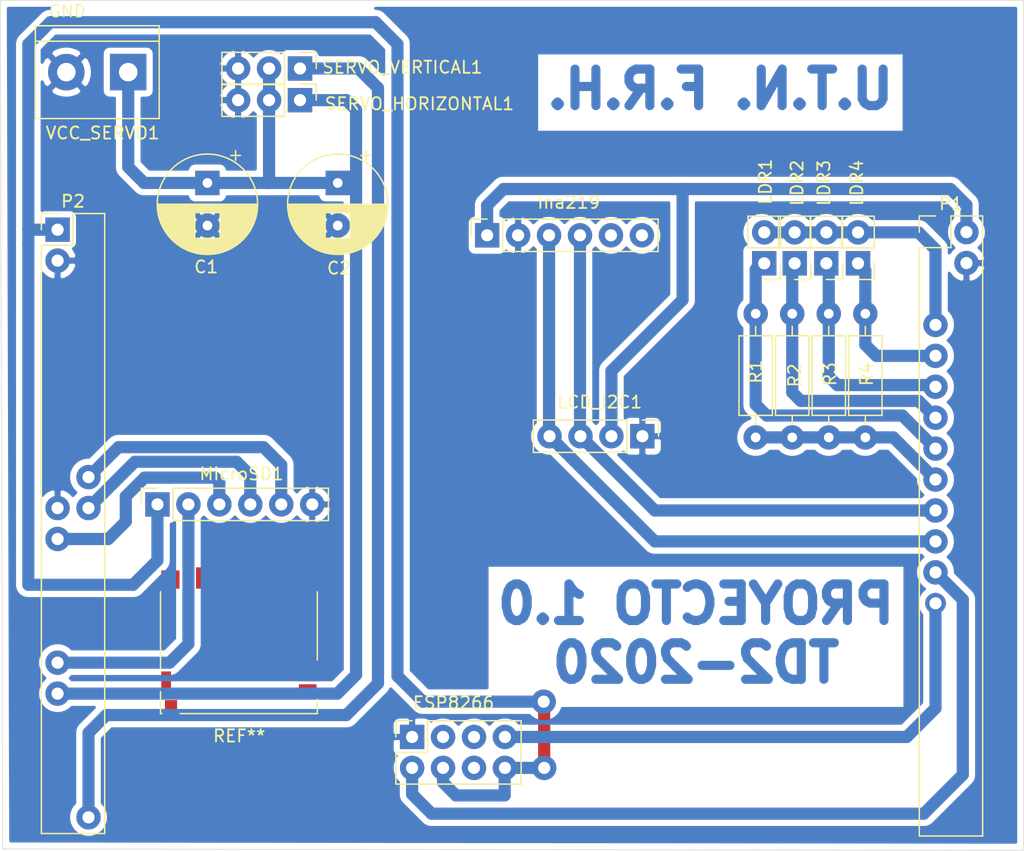
<source format=kicad_pcb>
(kicad_pcb (version 20171130) (host pcbnew "(5.1.9)-1")

  (general
    (thickness 1.6)
    (drawings 9)
    (tracks 136)
    (zones 0)
    (modules 20)
    (nets 85)
  )

  (page A4)
  (layers
    (0 F.Cu signal hide)
    (31 B.Cu signal)
    (32 B.Adhes user hide)
    (33 F.Adhes user hide)
    (34 B.Paste user hide)
    (35 F.Paste user hide)
    (36 B.SilkS user hide)
    (37 F.SilkS user hide)
    (38 B.Mask user hide)
    (39 F.Mask user hide)
    (40 Dwgs.User user hide)
    (41 Cmts.User user hide)
    (42 Eco1.User user hide)
    (43 Eco2.User user hide)
    (44 Edge.Cuts user)
    (45 Margin user hide)
    (46 B.CrtYd user hide)
    (47 F.CrtYd user hide)
    (48 B.Fab user hide)
    (49 F.Fab user hide)
  )

  (setup
    (last_trace_width 0.25)
    (user_trace_width 0.5)
    (user_trace_width 0.75)
    (user_trace_width 1)
    (trace_clearance 0.2)
    (zone_clearance 0.508)
    (zone_45_only no)
    (trace_min 0.2)
    (via_size 0.8)
    (via_drill 0.4)
    (via_min_size 0.4)
    (via_min_drill 0.3)
    (user_via 1 0.5)
    (uvia_size 0.3)
    (uvia_drill 0.1)
    (uvias_allowed no)
    (uvia_min_size 0.2)
    (uvia_min_drill 0.1)
    (edge_width 0.05)
    (segment_width 0.2)
    (pcb_text_width 0.3)
    (pcb_text_size 1.5 1.5)
    (mod_edge_width 0.12)
    (mod_text_size 1 1)
    (mod_text_width 0.15)
    (pad_size 2 2)
    (pad_drill 0)
    (pad_to_mask_clearance 0.05)
    (aux_axis_origin 0 0)
    (grid_origin 146.8 108.8)
    (visible_elements 7FFFFFFF)
    (pcbplotparams
      (layerselection 0x010fc_ffffffff)
      (usegerberextensions false)
      (usegerberattributes true)
      (usegerberadvancedattributes true)
      (creategerberjobfile true)
      (excludeedgelayer true)
      (linewidth 0.100000)
      (plotframeref false)
      (viasonmask false)
      (mode 1)
      (useauxorigin false)
      (hpglpennumber 1)
      (hpglpenspeed 20)
      (hpglpendiameter 15.000000)
      (psnegative false)
      (psa4output false)
      (plotreference true)
      (plotvalue true)
      (plotinvisibletext false)
      (padsonsilk false)
      (subtractmaskfromsilk false)
      (outputformat 1)
      (mirror false)
      (drillshape 1)
      (scaleselection 1)
      (outputdirectory ""))
  )

  (net 0 "")
  (net 1 /ESP_RX)
  (net 2 +3.3V)
  (net 3 /RST)
  (net 4 GND)
  (net 5 /ESP_TX)
  (net 6 /I2C_SCL)
  (net 7 /I2C_SDA)
  (net 8 +5V)
  (net 9 /DAC)
  (net 10 /CH1)
  (net 11 /CH2)
  (net 12 /CH3)
  (net 13 /SPI_MISO)
  (net 14 /SPI_SCK)
  (net 15 /SPI_MOSI)
  (net 16 "Net-(P1-Pad40)")
  (net 17 "Net-(P1-Pad39)")
  (net 18 "Net-(P1-Pad38)")
  (net 19 "Net-(P1-Pad37)")
  (net 20 "Net-(P1-Pad36)")
  (net 21 "Net-(P1-Pad34)")
  (net 22 "Net-(P1-Pad32)")
  (net 23 "Net-(P1-Pad30)")
  (net 24 "Net-(P1-Pad26)")
  (net 25 "Net-(P1-Pad24)")
  (net 26 "Net-(P1-Pad18)")
  (net 27 "Net-(P1-Pad16)")
  (net 28 "Net-(P1-Pad14)")
  (net 29 "Net-(P1-Pad12)")
  (net 30 "Net-(P1-Pad10)")
  (net 31 "Net-(P1-Pad8)")
  (net 32 "Net-(P1-Pad6)")
  (net 33 "Net-(P1-Pad3)")
  (net 34 "Net-(P2-Pad39)")
  (net 35 "Net-(P2-Pad38)")
  (net 36 "Net-(P2-Pad36)")
  (net 37 "Net-(P2-Pad34)")
  (net 38 "Net-(P2-Pad32)")
  (net 39 "Net-(P2-Pad30)")
  (net 40 "Net-(P2-Pad28)")
  (net 41 "Net-(P2-Pad26)")
  (net 42 "Net-(P2-Pad24)")
  (net 43 "Net-(P2-Pad12)")
  (net 44 "Net-(P2-Pad11)")
  (net 45 "Net-(P2-Pad10)")
  (net 46 "Net-(P2-Pad9)")
  (net 47 "Net-(P2-Pad8)")
  (net 48 "Net-(P2-Pad7)")
  (net 49 "Net-(P2-Pad6)")
  (net 50 "Net-(P2-Pad4)")
  (net 51 "Net-(P1-Pad35)")
  (net 52 "Net-(P1-Pad33)")
  (net 53 "Net-(P1-Pad31)")
  (net 54 "Net-(P1-Pad22)")
  (net 55 "Net-(P1-Pad5)")
  (net 56 "Net-(P2-Pad27)")
  (net 57 "Net-(P2-Pad25)")
  (net 58 "Net-(P2-Pad17)")
  (net 59 "Net-(P2-Pad16)")
  (net 60 "Net-(P2-Pad15)")
  (net 61 "Net-(P2-Pad14)")
  (net 62 "Net-(P2-Pad13)")
  (net 63 /CS_SD)
  (net 64 "Net-(P1-Pad20)")
  (net 65 GNDA)
  (net 66 /PWM_SERVO_V)
  (net 67 /PWM_SERVO_H)
  (net 68 "Net-(P1-Pad29)")
  (net 69 "Net-(P1-Pad27)")
  (net 70 +3.3VADC)
  (net 71 "Net-(P2-Pad37)")
  (net 72 "Net-(P2-Pad35)")
  (net 73 "Net-(P2-Pad33)")
  (net 74 "Net-(P2-Pad23)")
  (net 75 "Net-(P2-Pad22)")
  (net 76 "Net-(P2-Pad5)")
  (net 77 "Net-(Ina219-Pad6)")
  (net 78 "Net-(Ina219-Pad5)")
  (net 79 +VDC)
  (net 80 "Net-(P1-Pad1)")
  (net 81 "Net-(ESP8266-Pad5)")
  (net 82 "Net-(ESP8266-Pad3)")
  (net 83 "Net-(P1-Pad28)")
  (net 84 "Net-(P2-Pad2)")

  (net_class Default "This is the default net class."
    (clearance 0.2)
    (trace_width 0.25)
    (via_dia 0.8)
    (via_drill 0.4)
    (uvia_dia 0.3)
    (uvia_drill 0.1)
    (add_net +3.3V)
    (add_net +3.3VADC)
    (add_net +5V)
    (add_net +VDC)
    (add_net /CH1)
    (add_net /CH2)
    (add_net /CH3)
    (add_net /CS_SD)
    (add_net /DAC)
    (add_net /ESP_RX)
    (add_net /ESP_TX)
    (add_net /I2C_SCL)
    (add_net /I2C_SDA)
    (add_net /PWM_SERVO_H)
    (add_net /PWM_SERVO_V)
    (add_net /RST)
    (add_net /SPI_MISO)
    (add_net /SPI_MOSI)
    (add_net /SPI_SCK)
    (add_net GND)
    (add_net GNDA)
    (add_net "Net-(ESP8266-Pad3)")
    (add_net "Net-(ESP8266-Pad5)")
    (add_net "Net-(Ina219-Pad5)")
    (add_net "Net-(Ina219-Pad6)")
    (add_net "Net-(P1-Pad1)")
    (add_net "Net-(P1-Pad10)")
    (add_net "Net-(P1-Pad12)")
    (add_net "Net-(P1-Pad14)")
    (add_net "Net-(P1-Pad16)")
    (add_net "Net-(P1-Pad18)")
    (add_net "Net-(P1-Pad20)")
    (add_net "Net-(P1-Pad22)")
    (add_net "Net-(P1-Pad24)")
    (add_net "Net-(P1-Pad26)")
    (add_net "Net-(P1-Pad27)")
    (add_net "Net-(P1-Pad28)")
    (add_net "Net-(P1-Pad29)")
    (add_net "Net-(P1-Pad3)")
    (add_net "Net-(P1-Pad30)")
    (add_net "Net-(P1-Pad31)")
    (add_net "Net-(P1-Pad32)")
    (add_net "Net-(P1-Pad33)")
    (add_net "Net-(P1-Pad34)")
    (add_net "Net-(P1-Pad35)")
    (add_net "Net-(P1-Pad36)")
    (add_net "Net-(P1-Pad37)")
    (add_net "Net-(P1-Pad38)")
    (add_net "Net-(P1-Pad39)")
    (add_net "Net-(P1-Pad40)")
    (add_net "Net-(P1-Pad5)")
    (add_net "Net-(P1-Pad6)")
    (add_net "Net-(P1-Pad8)")
    (add_net "Net-(P2-Pad10)")
    (add_net "Net-(P2-Pad11)")
    (add_net "Net-(P2-Pad12)")
    (add_net "Net-(P2-Pad13)")
    (add_net "Net-(P2-Pad14)")
    (add_net "Net-(P2-Pad15)")
    (add_net "Net-(P2-Pad16)")
    (add_net "Net-(P2-Pad17)")
    (add_net "Net-(P2-Pad2)")
    (add_net "Net-(P2-Pad22)")
    (add_net "Net-(P2-Pad23)")
    (add_net "Net-(P2-Pad24)")
    (add_net "Net-(P2-Pad25)")
    (add_net "Net-(P2-Pad26)")
    (add_net "Net-(P2-Pad27)")
    (add_net "Net-(P2-Pad28)")
    (add_net "Net-(P2-Pad30)")
    (add_net "Net-(P2-Pad32)")
    (add_net "Net-(P2-Pad33)")
    (add_net "Net-(P2-Pad34)")
    (add_net "Net-(P2-Pad35)")
    (add_net "Net-(P2-Pad36)")
    (add_net "Net-(P2-Pad37)")
    (add_net "Net-(P2-Pad38)")
    (add_net "Net-(P2-Pad39)")
    (add_net "Net-(P2-Pad4)")
    (add_net "Net-(P2-Pad5)")
    (add_net "Net-(P2-Pad6)")
    (add_net "Net-(P2-Pad7)")
    (add_net "Net-(P2-Pad8)")
    (add_net "Net-(P2-Pad9)")
  )

  (module Connector_Card:microSD_HC_Hirose_DM3D-SF (layer F.Cu) (tedit 5B82D16A) (tstamp 602473B5)
    (at 47.486 76.796 180)
    (descr "Micro SD, SMD, right-angle, push-pull (https://media.digikey.com/PDF/Data%20Sheets/Hirose%20PDFs/DM3D-SF.pdf)")
    (tags "Micro SD")
    (attr smd)
    (fp_text reference REF** (at -0.025 -7.625) (layer F.SilkS)
      (effects (font (size 1 1) (thickness 0.15)))
    )
    (fp_text value microSD_HC_Hirose_DM3D-SF (at -0.025 6.975) (layer F.Fab)
      (effects (font (size 1 1) (thickness 0.15)))
    )
    (fp_line (start 6.325 -5.785) (end 6.435 -5.785) (layer F.SilkS) (width 0.12))
    (fp_line (start 0.525 -5.725) (end -1.975 -5.725) (layer Dwgs.User) (width 0.1))
    (fp_line (start 6.375 5.725) (end 6.375 -5.725) (layer F.Fab) (width 0.1))
    (fp_line (start 3.575 0.475) (end 3.575 -1.525) (layer Dwgs.User) (width 0.1))
    (fp_line (start 3.075 0.475) (end 3.575 -0.975) (layer Dwgs.User) (width 0.1))
    (fp_line (start 2.575 0.475) (end 3.275 -1.525) (layer Dwgs.User) (width 0.1))
    (fp_line (start 2.075 0.475) (end 2.775 -1.525) (layer Dwgs.User) (width 0.1))
    (fp_line (start 1.575 0.475) (end 2.275 -1.525) (layer Dwgs.User) (width 0.1))
    (fp_line (start 1.075 0.475) (end 1.775 -1.525) (layer Dwgs.User) (width 0.1))
    (fp_line (start 0.575 0.475) (end 1.275 -1.525) (layer Dwgs.User) (width 0.1))
    (fp_line (start 0.075 0.475) (end 0.775 -1.525) (layer Dwgs.User) (width 0.1))
    (fp_line (start -0.425 0.475) (end 0.275 -1.525) (layer Dwgs.User) (width 0.1))
    (fp_line (start -0.925 0.475) (end -0.225 -1.525) (layer Dwgs.User) (width 0.1))
    (fp_line (start -1.425 0.475) (end -0.725 -1.525) (layer Dwgs.User) (width 0.1))
    (fp_line (start -1.925 0.475) (end -1.225 -1.525) (layer Dwgs.User) (width 0.1))
    (fp_line (start -2.425 0.475) (end -1.725 -1.525) (layer Dwgs.User) (width 0.1))
    (fp_line (start -2.925 0.475) (end -2.225 -1.525) (layer Dwgs.User) (width 0.1))
    (fp_line (start -3.425 0.475) (end -2.725 -1.525) (layer Dwgs.User) (width 0.1))
    (fp_line (start -4.425 0.475) (end -3.725 -1.525) (layer Dwgs.User) (width 0.1))
    (fp_line (start -6.375 5.725) (end -6.375 -5.725) (layer F.Fab) (width 0.1))
    (fp_line (start -4.925 0.475) (end 3.575 0.475) (layer Dwgs.User) (width 0.1))
    (fp_line (start 0.525 -3.875) (end -1.975 -3.875) (layer Dwgs.User) (width 0.1))
    (fp_line (start -4.925 -1.525) (end 3.575 -1.525) (layer Dwgs.User) (width 0.1))
    (fp_line (start -6.92 -6.72) (end 6.88 -6.72) (layer F.CrtYd) (width 0.05))
    (fp_line (start 6.88 -6.72) (end 6.88 6.28) (layer F.CrtYd) (width 0.05))
    (fp_line (start 6.88 6.28) (end -6.92 6.28) (layer F.CrtYd) (width 0.05))
    (fp_line (start -6.92 6.28) (end -6.92 -6.72) (layer F.CrtYd) (width 0.05))
    (fp_line (start -4.925 -1.525) (end -4.925 0.475) (layer Dwgs.User) (width 0.1))
    (fp_line (start -4.925 0.475) (end -4.225 -1.525) (layer Dwgs.User) (width 0.1))
    (fp_line (start -4.225 -1.525) (end -3.725 -1.525) (layer Dwgs.User) (width 0.1))
    (fp_line (start -3.925 0.475) (end -3.225 -1.525) (layer Dwgs.User) (width 0.1))
    (fp_line (start -3.225 -1.525) (end -2.725 -1.525) (layer Dwgs.User) (width 0.1))
    (fp_line (start -6.375 -5.725) (end 6.375 -5.725) (layer F.Fab) (width 0.1))
    (fp_line (start -1.975 -5.725) (end -1.975 -3.875) (layer Dwgs.User) (width 0.1))
    (fp_line (start 0.525 -3.875) (end 0.525 -5.725) (layer Dwgs.User) (width 0.1))
    (fp_line (start -1.925 -3.875) (end -1.525 -5.725) (layer Dwgs.User) (width 0.1))
    (fp_line (start -1.025 -5.725) (end -1.525 -3.875) (layer Dwgs.User) (width 0.1))
    (fp_line (start -1.025 -3.875) (end -0.525 -5.725) (layer Dwgs.User) (width 0.1))
    (fp_line (start -0.025 -5.725) (end -0.525 -3.875) (layer Dwgs.User) (width 0.1))
    (fp_line (start -0.025 -3.875) (end 0.475 -5.725) (layer Dwgs.User) (width 0.1))
    (fp_line (start -5.525 -6.975) (end 4.175 -6.975) (layer F.Fab) (width 0.1))
    (fp_line (start 4.175 -5.725) (end 4.175 -6.975) (layer F.Fab) (width 0.1))
    (fp_line (start -5.525 -5.725) (end -5.525 -6.975) (layer F.Fab) (width 0.1))
    (fp_line (start -4.775 3.925) (end 4.725 3.925) (layer F.Fab) (width 0.1))
    (fp_line (start -6.375 5.725) (end -5.525 5.725) (layer F.Fab) (width 0.1))
    (fp_line (start -5.275 5.475) (end -5.275 4.425) (layer F.Fab) (width 0.1))
    (fp_line (start 5.225 5.475) (end 5.225 4.425) (layer F.Fab) (width 0.1))
    (fp_line (start 5.475 5.725) (end 6.375 5.725) (layer F.Fab) (width 0.1))
    (fp_line (start -5.525 5.725) (end -5.525 9.575) (layer F.Fab) (width 0.1))
    (fp_line (start -5.025 10.075) (end 4.975 10.075) (layer F.Fab) (width 0.1))
    (fp_line (start 5.475 9.575) (end 5.475 5.725) (layer F.Fab) (width 0.1))
    (fp_line (start -6.435 -4.625) (end -6.435 -5.785) (layer F.SilkS) (width 0.12))
    (fp_line (start -6.435 -5.785) (end 4.825 -5.785) (layer F.SilkS) (width 0.12))
    (fp_line (start 6.435 -5.785) (end 6.435 -3.975) (layer F.SilkS) (width 0.12))
    (fp_line (start -6.435 -1.375) (end -6.435 4.225) (layer F.SilkS) (width 0.12))
    (fp_line (start 6.435 -2.075) (end 6.435 4.225) (layer F.SilkS) (width 0.12))
    (fp_arc (start 5.475 5.475) (end 5.475 5.725) (angle 90) (layer F.Fab) (width 0.1))
    (fp_arc (start 4.725 4.425) (end 4.725 3.925) (angle 90) (layer F.Fab) (width 0.1))
    (fp_arc (start -5.525 5.475) (end -5.275 5.475) (angle 90) (layer F.Fab) (width 0.1))
    (fp_arc (start -4.775 4.425) (end -5.275 4.425) (angle 90) (layer F.Fab) (width 0.1))
    (fp_arc (start -5.025 9.575) (end -5.025 10.075) (angle 90) (layer F.Fab) (width 0.1))
    (fp_arc (start 4.975 9.575) (end 5.475 9.575) (angle 90) (layer F.Fab) (width 0.1))
    (fp_text user KEEPOUT (at -0.725 -4.8) (layer Cmts.User)
      (effects (font (size 0.4 0.4) (thickness 0.06)))
    )
    (fp_text user %R (at -0.025 1.475) (layer F.Fab)
      (effects (font (size 1 1) (thickness 0.1)))
    )
    (fp_text user KEEPOUT (at -0.275 -0.525) (layer Cmts.User)
      (effects (font (size 1 1) (thickness 0.1)))
    )
    (pad 10 smd rect (at 5.575 -5.45 180) (size 1 1.55) (layers F.Cu F.Paste F.Mask))
    (pad 11 smd rect (at 5.625 5.225 180) (size 1.5 1.5) (layers F.Cu F.Paste F.Mask))
    (pad 1 smd rect (at 3.175 5.35 180) (size 0.7 1.75) (layers F.Cu F.Paste F.Mask))
    (pad 2 smd rect (at 2.075 5.35 180) (size 0.7 1.75) (layers F.Cu F.Paste F.Mask))
    (pad 3 smd rect (at 0.975 5.35 180) (size 0.7 1.75) (layers F.Cu F.Paste F.Mask))
    (pad 4 smd rect (at -0.125 5.35 180) (size 0.7 1.75) (layers F.Cu F.Paste F.Mask))
    (pad 5 smd rect (at -1.225 5.35 180) (size 0.7 1.75) (layers F.Cu F.Paste F.Mask))
    (pad 6 smd rect (at -2.325 5.35 180) (size 0.7 1.75) (layers F.Cu F.Paste F.Mask))
    (pad 7 smd rect (at -3.425 5.35 180) (size 0.7 1.75) (layers F.Cu F.Paste F.Mask))
    (pad 11 smd rect (at 5.975 -3.025 180) (size 0.8 1.4) (layers F.Cu F.Paste F.Mask))
    (pad 9 smd rect (at -5.65 -3.875 180) (size 1.45 1) (layers F.Cu F.Paste F.Mask))
    (pad 11 smd rect (at -5.975 -2.375 180) (size 0.8 1.5) (layers F.Cu F.Paste F.Mask))
    (pad 11 smd rect (at -5.725 5.225 180) (size 1.3 1.5) (layers F.Cu F.Paste F.Mask))
    (pad 8 smd rect (at -4.525 5.35 180) (size 0.7 1.75) (layers F.Cu F.Paste F.Mask))
    (model ${KISYS3DMOD}/Connector_Card.3dshapes/microSD_HC_Hirose_DM3D-SF.wrl
      (at (xyz 0 0 0))
      (scale (xyz 1 1 1))
      (rotate (xyz 0 0 0))
    )
  )

  (module Connector_PinHeader_2.54mm:PinHeader_2x20_P2.54mm_Vertical (layer F.Cu) (tedit 60086295) (tstamp 6006845F)
    (at 32.6 42.84)
    (descr "Through hole straight pin header, 2x20, 2.54mm pitch, double rows")
    (tags "Through hole pin header THT 2x20 2.54mm double row")
    (path /5FDC6A4C)
    (fp_text reference P2 (at 1.27 -2.33) (layer F.SilkS)
      (effects (font (size 1 1) (thickness 0.15)))
    )
    (fp_text value CONN_20X2 (at 1.27 50.59) (layer F.Fab) hide
      (effects (font (size 1 1) (thickness 0.15)))
    )
    (fp_line (start 0 -1.27) (end 3.81 -1.27) (layer F.Fab) (width 0.1))
    (fp_line (start 3.81 -1.27) (end 3.81 49.53) (layer F.Fab) (width 0.1))
    (fp_line (start 3.81 49.53) (end -1.27 49.53) (layer F.Fab) (width 0.1))
    (fp_line (start -1.27 49.53) (end -1.27 0) (layer F.Fab) (width 0.1))
    (fp_line (start -1.27 0) (end 0 -1.27) (layer F.Fab) (width 0.1))
    (fp_line (start -1.33 49.59) (end 3.87 49.59) (layer F.SilkS) (width 0.12))
    (fp_line (start -1.33 1.27) (end -1.33 49.59) (layer F.SilkS) (width 0.12))
    (fp_line (start 3.87 -1.33) (end 3.87 49.59) (layer F.SilkS) (width 0.12))
    (fp_line (start -1.33 1.27) (end 1.27 1.27) (layer F.SilkS) (width 0.12))
    (fp_line (start 1.27 1.27) (end 1.27 -1.33) (layer F.SilkS) (width 0.12))
    (fp_line (start 1.27 -1.33) (end 3.87 -1.33) (layer F.SilkS) (width 0.12))
    (fp_line (start -1.33 0) (end -1.33 -1.33) (layer F.SilkS) (width 0.12))
    (fp_line (start -1.33 -1.33) (end 0 -1.33) (layer F.SilkS) (width 0.12))
    (fp_line (start -1.8 -1.8) (end -1.8 50.05) (layer F.CrtYd) (width 0.05))
    (fp_line (start -1.8 50.05) (end 4.35 50.05) (layer F.CrtYd) (width 0.05))
    (fp_line (start 4.35 50.05) (end 4.35 -1.8) (layer F.CrtYd) (width 0.05))
    (fp_line (start 4.35 -1.8) (end -1.8 -1.8) (layer F.CrtYd) (width 0.05))
    (fp_text user %R (at 1.27 24.13 90) (layer F.Fab) hide
      (effects (font (size 1 1) (thickness 0.15)))
    )
    (pad 40 thru_hole oval (at 2.54 48.26) (size 2 2) (drill 1) (layers *.Cu *.Mask)
      (net 66 /PWM_SERVO_V))
    (pad 39 smd oval (at 0 48.26) (size 1.7 1.7) (layers F.Paste F.Mask)
      (net 34 "Net-(P2-Pad39)"))
    (pad 38 smd oval (at 2.54 45.72) (size 1.7 1.7) (layers F.Paste F.Mask)
      (net 35 "Net-(P2-Pad38)"))
    (pad 37 smd oval (at 0 45.72) (size 1.7 1.7) (layers F.Paste F.Mask)
      (net 71 "Net-(P2-Pad37)"))
    (pad 36 smd oval (at 2.54 43.18) (size 1.7 1.7) (layers F.Paste F.Mask)
      (net 36 "Net-(P2-Pad36)"))
    (pad 35 smd oval (at 0 43.18) (size 1.7 1.7) (layers F.Paste F.Mask)
      (net 72 "Net-(P2-Pad35)"))
    (pad 34 smd oval (at 2.54 40.64) (size 1.7 1.7) (layers F.Paste F.Mask)
      (net 37 "Net-(P2-Pad34)"))
    (pad 33 smd oval (at 0 40.64) (size 1.7 1.7) (layers F.Paste F.Mask)
      (net 73 "Net-(P2-Pad33)"))
    (pad 32 smd oval (at 2.54 38.1) (size 1.7 1.7) (layers F.Paste F.Mask)
      (net 38 "Net-(P2-Pad32)"))
    (pad 31 thru_hole oval (at 0 38.1) (size 2 2) (drill 1) (layers *.Cu *.Mask)
      (net 67 /PWM_SERVO_H))
    (pad 30 smd oval (at 2.54 35.56) (size 1.7 1.7) (layers F.Paste F.Mask)
      (net 39 "Net-(P2-Pad30)"))
    (pad 29 thru_hole oval (at 0 35.56) (size 2 2) (drill 1) (layers *.Cu *.Mask)
      (net 63 /CS_SD))
    (pad 28 smd oval (at 2.54 33.02) (size 1.7 1.7) (layers F.Paste F.Mask)
      (net 40 "Net-(P2-Pad28)"))
    (pad 27 smd oval (at 0 33.02) (size 1.7 1.7) (layers F.Paste F.Mask)
      (net 56 "Net-(P2-Pad27)"))
    (pad 26 smd oval (at 2.54 30.48) (size 1.7 1.7) (layers F.Paste F.Mask)
      (net 41 "Net-(P2-Pad26)"))
    (pad 25 smd oval (at 0 30.48) (size 1.7 1.7) (layers F.Paste F.Mask)
      (net 57 "Net-(P2-Pad25)"))
    (pad 24 smd oval (at 2.54 27.94) (size 1.7 1.7) (layers F.Paste F.Mask)
      (net 42 "Net-(P2-Pad24)"))
    (pad 23 smd oval (at 0 27.94) (size 1.7 1.7) (layers F.Paste F.Mask)
      (net 74 "Net-(P2-Pad23)"))
    (pad 22 smd oval (at 2.54 25.4) (size 1.7 1.7) (layers F.Paste F.Mask)
      (net 75 "Net-(P2-Pad22)"))
    (pad 21 thru_hole oval (at 0 25.4) (size 2 2) (drill 1) (layers *.Cu *.Mask)
      (net 15 /SPI_MOSI))
    (pad 20 thru_hole oval (at 2.54 22.86) (size 2 2) (drill 1) (layers *.Cu *.Mask)
      (net 14 /SPI_SCK))
    (pad 19 thru_hole oval (at 0 22.86) (size 2 2) (drill 1) (layers *.Cu *.Mask)
      (net 4 GND))
    (pad 18 thru_hole oval (at 2.54 20.32) (size 2 2) (drill 1) (layers *.Cu *.Mask)
      (net 13 /SPI_MISO))
    (pad 17 smd oval (at 0 20.32) (size 1.7 1.7) (layers F.Paste F.Mask)
      (net 58 "Net-(P2-Pad17)"))
    (pad 16 smd oval (at 2.54 17.78) (size 1.7 1.7) (layers F.Paste F.Mask)
      (net 59 "Net-(P2-Pad16)"))
    (pad 15 smd oval (at 0 17.78) (size 1.7 1.7) (layers F.Paste F.Mask)
      (net 60 "Net-(P2-Pad15)"))
    (pad 14 smd oval (at 2.54 15.24) (size 1.7 1.7) (layers F.Paste F.Mask)
      (net 61 "Net-(P2-Pad14)"))
    (pad 13 smd oval (at 0 15.24) (size 1.7 1.7) (layers F.Paste F.Mask)
      (net 62 "Net-(P2-Pad13)"))
    (pad 12 smd oval (at 2.54 12.7) (size 1.7 1.7) (layers F.Paste F.Mask)
      (net 43 "Net-(P2-Pad12)"))
    (pad 11 smd oval (at 0 12.7) (size 1.7 1.7) (layers F.Paste F.Mask)
      (net 44 "Net-(P2-Pad11)"))
    (pad 10 smd oval (at 2.54 10.16) (size 1.7 1.7) (layers F.Paste F.Mask)
      (net 45 "Net-(P2-Pad10)"))
    (pad 9 smd oval (at 0 10.16) (size 1.7 1.7) (layers F.Paste F.Mask)
      (net 46 "Net-(P2-Pad9)"))
    (pad 8 smd oval (at 2.54 7.62) (size 1.7 1.7) (layers F.Paste F.Mask)
      (net 47 "Net-(P2-Pad8)"))
    (pad 7 smd oval (at 0 7.62) (size 1.7 1.7) (layers F.Paste F.Mask)
      (net 48 "Net-(P2-Pad7)"))
    (pad 6 smd oval (at 2.54 5.08) (size 1.7 1.7) (layers F.Paste F.Mask)
      (net 49 "Net-(P2-Pad6)"))
    (pad 5 smd oval (at 0 5.08) (size 1.7 1.7) (layers B.Paste)
      (net 76 "Net-(P2-Pad5)"))
    (pad 4 smd oval (at 2.54 2.54) (size 1.7 1.7) (layers F.Paste F.Mask)
      (net 50 "Net-(P2-Pad4)"))
    (pad 3 thru_hole oval (at 0 2.54) (size 2 2) (drill 1) (layers *.Cu *.Mask)
      (net 4 GND))
    (pad 2 smd oval (at 2.54 0) (size 2 2) (layers F.Paste F.Mask)
      (net 84 "Net-(P2-Pad2)"))
    (pad 1 thru_hole rect (at 0 0) (size 2 2) (drill 1) (layers *.Cu *.Mask)
      (net 2 +3.3V))
    (model ${KISYS3DMOD}/Connector_PinHeader_2.54mm.3dshapes/PinHeader_2x20_P2.54mm_Vertical.wrl
      (at (xyz 0 0 0))
      (scale (xyz 1 1 1))
      (rotate (xyz 0 0 0))
    )
  )

  (module TerminalBlock:TerminalBlock_bornier-2_P5.08mm (layer F.Cu) (tedit 59FF03AB) (tstamp 6006AAE8)
    (at 38.4 29.9 180)
    (descr "simple 2-pin terminal block, pitch 5.08mm, revamped version of bornier2")
    (tags "terminal block bornier2")
    (path /601687BC)
    (fp_text reference VCC_SERVO1 (at 2.1 -5) (layer F.SilkS)
      (effects (font (size 1 1) (thickness 0.15)))
    )
    (fp_text value Screw_Terminal_01x02 (at 2.54 5.08) (layer F.Fab) hide
      (effects (font (size 1 1) (thickness 0.15)))
    )
    (fp_line (start -2.41 2.55) (end 7.49 2.55) (layer F.Fab) (width 0.1))
    (fp_line (start -2.46 -3.75) (end -2.46 3.75) (layer F.Fab) (width 0.1))
    (fp_line (start -2.46 3.75) (end 7.54 3.75) (layer F.Fab) (width 0.1))
    (fp_line (start 7.54 3.75) (end 7.54 -3.75) (layer F.Fab) (width 0.1))
    (fp_line (start 7.54 -3.75) (end -2.46 -3.75) (layer F.Fab) (width 0.1))
    (fp_line (start 7.62 2.54) (end -2.54 2.54) (layer F.SilkS) (width 0.12))
    (fp_line (start 7.62 3.81) (end 7.62 -3.81) (layer F.SilkS) (width 0.12))
    (fp_line (start 7.62 -3.81) (end -2.54 -3.81) (layer F.SilkS) (width 0.12))
    (fp_line (start -2.54 -3.81) (end -2.54 3.81) (layer F.SilkS) (width 0.12))
    (fp_line (start -2.54 3.81) (end 7.62 3.81) (layer F.SilkS) (width 0.12))
    (fp_line (start -2.71 -4) (end 7.79 -4) (layer F.CrtYd) (width 0.05))
    (fp_line (start -2.71 -4) (end -2.71 4) (layer F.CrtYd) (width 0.05))
    (fp_line (start 7.79 4) (end 7.79 -4) (layer F.CrtYd) (width 0.05))
    (fp_line (start 7.79 4) (end -2.71 4) (layer F.CrtYd) (width 0.05))
    (fp_text user %R (at 2.54 0) (layer F.Fab) hide
      (effects (font (size 1 1) (thickness 0.15)))
    )
    (pad 2 thru_hole circle (at 5.08 0 180) (size 3 3) (drill 1.52) (layers *.Cu *.Mask)
      (net 4 GND))
    (pad 1 thru_hole rect (at 0 0 180) (size 3 3) (drill 1.52) (layers *.Cu *.Mask)
      (net 79 +VDC))
    (model ${KISYS3DMOD}/TerminalBlock.3dshapes/TerminalBlock_bornier-2_P5.08mm.wrl
      (offset (xyz 2.539999961853027 0 0))
      (scale (xyz 1 1 1))
      (rotate (xyz 0 0 0))
    )
  )

  (module Capacitor_THT:CP_Radial_D8.0mm_P3.50mm (layer F.Cu) (tedit 60086104) (tstamp 60068305)
    (at 55.6 39 270)
    (descr "CP, Radial series, Radial, pin pitch=3.50mm, , diameter=8mm, Electrolytic Capacitor")
    (tags "CP Radial series Radial pin pitch 3.50mm  diameter 8mm Electrolytic Capacitor")
    (path /6016BAA6)
    (fp_text reference C2 (at 7 -0.1 180) (layer F.SilkS)
      (effects (font (size 1 1) (thickness 0.15)))
    )
    (fp_text value 470u (at 6.9 -0.1 180) (layer F.Fab) hide
      (effects (font (size 1 1) (thickness 0.15)))
    )
    (fp_line (start -2.259698 -2.715) (end -2.259698 -1.915) (layer F.SilkS) (width 0.12))
    (fp_line (start -2.659698 -2.315) (end -1.859698 -2.315) (layer F.SilkS) (width 0.12))
    (fp_line (start 5.831 -0.533) (end 5.831 0.533) (layer F.SilkS) (width 0.12))
    (fp_line (start 5.791 -0.768) (end 5.791 0.768) (layer F.SilkS) (width 0.12))
    (fp_line (start 5.751 -0.948) (end 5.751 0.948) (layer F.SilkS) (width 0.12))
    (fp_line (start 5.711 -1.098) (end 5.711 1.098) (layer F.SilkS) (width 0.12))
    (fp_line (start 5.671 -1.229) (end 5.671 1.229) (layer F.SilkS) (width 0.12))
    (fp_line (start 5.631 -1.346) (end 5.631 1.346) (layer F.SilkS) (width 0.12))
    (fp_line (start 5.591 -1.453) (end 5.591 1.453) (layer F.SilkS) (width 0.12))
    (fp_line (start 5.551 -1.552) (end 5.551 1.552) (layer F.SilkS) (width 0.12))
    (fp_line (start 5.511 -1.645) (end 5.511 1.645) (layer F.SilkS) (width 0.12))
    (fp_line (start 5.471 -1.731) (end 5.471 1.731) (layer F.SilkS) (width 0.12))
    (fp_line (start 5.431 -1.813) (end 5.431 1.813) (layer F.SilkS) (width 0.12))
    (fp_line (start 5.391 -1.89) (end 5.391 1.89) (layer F.SilkS) (width 0.12))
    (fp_line (start 5.351 -1.964) (end 5.351 1.964) (layer F.SilkS) (width 0.12))
    (fp_line (start 5.311 -2.034) (end 5.311 2.034) (layer F.SilkS) (width 0.12))
    (fp_line (start 5.271 -2.102) (end 5.271 2.102) (layer F.SilkS) (width 0.12))
    (fp_line (start 5.231 -2.166) (end 5.231 2.166) (layer F.SilkS) (width 0.12))
    (fp_line (start 5.191 -2.228) (end 5.191 2.228) (layer F.SilkS) (width 0.12))
    (fp_line (start 5.151 -2.287) (end 5.151 2.287) (layer F.SilkS) (width 0.12))
    (fp_line (start 5.111 -2.345) (end 5.111 2.345) (layer F.SilkS) (width 0.12))
    (fp_line (start 5.071 -2.4) (end 5.071 2.4) (layer F.SilkS) (width 0.12))
    (fp_line (start 5.031 -2.454) (end 5.031 2.454) (layer F.SilkS) (width 0.12))
    (fp_line (start 4.991 -2.505) (end 4.991 2.505) (layer F.SilkS) (width 0.12))
    (fp_line (start 4.951 -2.556) (end 4.951 2.556) (layer F.SilkS) (width 0.12))
    (fp_line (start 4.911 -2.604) (end 4.911 2.604) (layer F.SilkS) (width 0.12))
    (fp_line (start 4.871 -2.651) (end 4.871 2.651) (layer F.SilkS) (width 0.12))
    (fp_line (start 4.831 -2.697) (end 4.831 2.697) (layer F.SilkS) (width 0.12))
    (fp_line (start 4.791 -2.741) (end 4.791 2.741) (layer F.SilkS) (width 0.12))
    (fp_line (start 4.751 -2.784) (end 4.751 2.784) (layer F.SilkS) (width 0.12))
    (fp_line (start 4.711 -2.826) (end 4.711 2.826) (layer F.SilkS) (width 0.12))
    (fp_line (start 4.671 -2.867) (end 4.671 2.867) (layer F.SilkS) (width 0.12))
    (fp_line (start 4.631 -2.907) (end 4.631 2.907) (layer F.SilkS) (width 0.12))
    (fp_line (start 4.591 -2.945) (end 4.591 2.945) (layer F.SilkS) (width 0.12))
    (fp_line (start 4.551 -2.983) (end 4.551 2.983) (layer F.SilkS) (width 0.12))
    (fp_line (start 4.511 1.04) (end 4.511 3.019) (layer F.SilkS) (width 0.12))
    (fp_line (start 4.511 -3.019) (end 4.511 -1.04) (layer F.SilkS) (width 0.12))
    (fp_line (start 4.471 1.04) (end 4.471 3.055) (layer F.SilkS) (width 0.12))
    (fp_line (start 4.471 -3.055) (end 4.471 -1.04) (layer F.SilkS) (width 0.12))
    (fp_line (start 4.431 1.04) (end 4.431 3.09) (layer F.SilkS) (width 0.12))
    (fp_line (start 4.431 -3.09) (end 4.431 -1.04) (layer F.SilkS) (width 0.12))
    (fp_line (start 4.391 1.04) (end 4.391 3.124) (layer F.SilkS) (width 0.12))
    (fp_line (start 4.391 -3.124) (end 4.391 -1.04) (layer F.SilkS) (width 0.12))
    (fp_line (start 4.351 1.04) (end 4.351 3.156) (layer F.SilkS) (width 0.12))
    (fp_line (start 4.351 -3.156) (end 4.351 -1.04) (layer F.SilkS) (width 0.12))
    (fp_line (start 4.311 1.04) (end 4.311 3.189) (layer F.SilkS) (width 0.12))
    (fp_line (start 4.311 -3.189) (end 4.311 -1.04) (layer F.SilkS) (width 0.12))
    (fp_line (start 4.271 1.04) (end 4.271 3.22) (layer F.SilkS) (width 0.12))
    (fp_line (start 4.271 -3.22) (end 4.271 -1.04) (layer F.SilkS) (width 0.12))
    (fp_line (start 4.231 1.04) (end 4.231 3.25) (layer F.SilkS) (width 0.12))
    (fp_line (start 4.231 -3.25) (end 4.231 -1.04) (layer F.SilkS) (width 0.12))
    (fp_line (start 4.191 1.04) (end 4.191 3.28) (layer F.SilkS) (width 0.12))
    (fp_line (start 4.191 -3.28) (end 4.191 -1.04) (layer F.SilkS) (width 0.12))
    (fp_line (start 4.151 1.04) (end 4.151 3.309) (layer F.SilkS) (width 0.12))
    (fp_line (start 4.151 -3.309) (end 4.151 -1.04) (layer F.SilkS) (width 0.12))
    (fp_line (start 4.111 1.04) (end 4.111 3.338) (layer F.SilkS) (width 0.12))
    (fp_line (start 4.111 -3.338) (end 4.111 -1.04) (layer F.SilkS) (width 0.12))
    (fp_line (start 4.071 1.04) (end 4.071 3.365) (layer F.SilkS) (width 0.12))
    (fp_line (start 4.071 -3.365) (end 4.071 -1.04) (layer F.SilkS) (width 0.12))
    (fp_line (start 4.031 1.04) (end 4.031 3.392) (layer F.SilkS) (width 0.12))
    (fp_line (start 4.031 -3.392) (end 4.031 -1.04) (layer F.SilkS) (width 0.12))
    (fp_line (start 3.991 1.04) (end 3.991 3.418) (layer F.SilkS) (width 0.12))
    (fp_line (start 3.991 -3.418) (end 3.991 -1.04) (layer F.SilkS) (width 0.12))
    (fp_line (start 3.951 1.04) (end 3.951 3.444) (layer F.SilkS) (width 0.12))
    (fp_line (start 3.951 -3.444) (end 3.951 -1.04) (layer F.SilkS) (width 0.12))
    (fp_line (start 3.911 1.04) (end 3.911 3.469) (layer F.SilkS) (width 0.12))
    (fp_line (start 3.911 -3.469) (end 3.911 -1.04) (layer F.SilkS) (width 0.12))
    (fp_line (start 3.871 1.04) (end 3.871 3.493) (layer F.SilkS) (width 0.12))
    (fp_line (start 3.871 -3.493) (end 3.871 -1.04) (layer F.SilkS) (width 0.12))
    (fp_line (start 3.831 1.04) (end 3.831 3.517) (layer F.SilkS) (width 0.12))
    (fp_line (start 3.831 -3.517) (end 3.831 -1.04) (layer F.SilkS) (width 0.12))
    (fp_line (start 3.791 1.04) (end 3.791 3.54) (layer F.SilkS) (width 0.12))
    (fp_line (start 3.791 -3.54) (end 3.791 -1.04) (layer F.SilkS) (width 0.12))
    (fp_line (start 3.751 1.04) (end 3.751 3.562) (layer F.SilkS) (width 0.12))
    (fp_line (start 3.751 -3.562) (end 3.751 -1.04) (layer F.SilkS) (width 0.12))
    (fp_line (start 3.711 1.04) (end 3.711 3.584) (layer F.SilkS) (width 0.12))
    (fp_line (start 3.711 -3.584) (end 3.711 -1.04) (layer F.SilkS) (width 0.12))
    (fp_line (start 3.671 1.04) (end 3.671 3.606) (layer F.SilkS) (width 0.12))
    (fp_line (start 3.671 -3.606) (end 3.671 -1.04) (layer F.SilkS) (width 0.12))
    (fp_line (start 3.631 1.04) (end 3.631 3.627) (layer F.SilkS) (width 0.12))
    (fp_line (start 3.631 -3.627) (end 3.631 -1.04) (layer F.SilkS) (width 0.12))
    (fp_line (start 3.591 1.04) (end 3.591 3.647) (layer F.SilkS) (width 0.12))
    (fp_line (start 3.591 -3.647) (end 3.591 -1.04) (layer F.SilkS) (width 0.12))
    (fp_line (start 3.551 1.04) (end 3.551 3.666) (layer F.SilkS) (width 0.12))
    (fp_line (start 3.551 -3.666) (end 3.551 -1.04) (layer F.SilkS) (width 0.12))
    (fp_line (start 3.511 1.04) (end 3.511 3.686) (layer F.SilkS) (width 0.12))
    (fp_line (start 3.511 -3.686) (end 3.511 -1.04) (layer F.SilkS) (width 0.12))
    (fp_line (start 3.471 1.04) (end 3.471 3.704) (layer F.SilkS) (width 0.12))
    (fp_line (start 3.471 -3.704) (end 3.471 -1.04) (layer F.SilkS) (width 0.12))
    (fp_line (start 3.431 1.04) (end 3.431 3.722) (layer F.SilkS) (width 0.12))
    (fp_line (start 3.431 -3.722) (end 3.431 -1.04) (layer F.SilkS) (width 0.12))
    (fp_line (start 3.391 1.04) (end 3.391 3.74) (layer F.SilkS) (width 0.12))
    (fp_line (start 3.391 -3.74) (end 3.391 -1.04) (layer F.SilkS) (width 0.12))
    (fp_line (start 3.351 1.04) (end 3.351 3.757) (layer F.SilkS) (width 0.12))
    (fp_line (start 3.351 -3.757) (end 3.351 -1.04) (layer F.SilkS) (width 0.12))
    (fp_line (start 3.311 1.04) (end 3.311 3.774) (layer F.SilkS) (width 0.12))
    (fp_line (start 3.311 -3.774) (end 3.311 -1.04) (layer F.SilkS) (width 0.12))
    (fp_line (start 3.271 1.04) (end 3.271 3.79) (layer F.SilkS) (width 0.12))
    (fp_line (start 3.271 -3.79) (end 3.271 -1.04) (layer F.SilkS) (width 0.12))
    (fp_line (start 3.231 1.04) (end 3.231 3.805) (layer F.SilkS) (width 0.12))
    (fp_line (start 3.231 -3.805) (end 3.231 -1.04) (layer F.SilkS) (width 0.12))
    (fp_line (start 3.191 1.04) (end 3.191 3.821) (layer F.SilkS) (width 0.12))
    (fp_line (start 3.191 -3.821) (end 3.191 -1.04) (layer F.SilkS) (width 0.12))
    (fp_line (start 3.151 1.04) (end 3.151 3.835) (layer F.SilkS) (width 0.12))
    (fp_line (start 3.151 -3.835) (end 3.151 -1.04) (layer F.SilkS) (width 0.12))
    (fp_line (start 3.111 1.04) (end 3.111 3.85) (layer F.SilkS) (width 0.12))
    (fp_line (start 3.111 -3.85) (end 3.111 -1.04) (layer F.SilkS) (width 0.12))
    (fp_line (start 3.071 1.04) (end 3.071 3.863) (layer F.SilkS) (width 0.12))
    (fp_line (start 3.071 -3.863) (end 3.071 -1.04) (layer F.SilkS) (width 0.12))
    (fp_line (start 3.031 1.04) (end 3.031 3.877) (layer F.SilkS) (width 0.12))
    (fp_line (start 3.031 -3.877) (end 3.031 -1.04) (layer F.SilkS) (width 0.12))
    (fp_line (start 2.991 1.04) (end 2.991 3.889) (layer F.SilkS) (width 0.12))
    (fp_line (start 2.991 -3.889) (end 2.991 -1.04) (layer F.SilkS) (width 0.12))
    (fp_line (start 2.951 1.04) (end 2.951 3.902) (layer F.SilkS) (width 0.12))
    (fp_line (start 2.951 -3.902) (end 2.951 -1.04) (layer F.SilkS) (width 0.12))
    (fp_line (start 2.911 1.04) (end 2.911 3.914) (layer F.SilkS) (width 0.12))
    (fp_line (start 2.911 -3.914) (end 2.911 -1.04) (layer F.SilkS) (width 0.12))
    (fp_line (start 2.871 1.04) (end 2.871 3.925) (layer F.SilkS) (width 0.12))
    (fp_line (start 2.871 -3.925) (end 2.871 -1.04) (layer F.SilkS) (width 0.12))
    (fp_line (start 2.831 1.04) (end 2.831 3.936) (layer F.SilkS) (width 0.12))
    (fp_line (start 2.831 -3.936) (end 2.831 -1.04) (layer F.SilkS) (width 0.12))
    (fp_line (start 2.791 1.04) (end 2.791 3.947) (layer F.SilkS) (width 0.12))
    (fp_line (start 2.791 -3.947) (end 2.791 -1.04) (layer F.SilkS) (width 0.12))
    (fp_line (start 2.751 1.04) (end 2.751 3.957) (layer F.SilkS) (width 0.12))
    (fp_line (start 2.751 -3.957) (end 2.751 -1.04) (layer F.SilkS) (width 0.12))
    (fp_line (start 2.711 1.04) (end 2.711 3.967) (layer F.SilkS) (width 0.12))
    (fp_line (start 2.711 -3.967) (end 2.711 -1.04) (layer F.SilkS) (width 0.12))
    (fp_line (start 2.671 1.04) (end 2.671 3.976) (layer F.SilkS) (width 0.12))
    (fp_line (start 2.671 -3.976) (end 2.671 -1.04) (layer F.SilkS) (width 0.12))
    (fp_line (start 2.631 1.04) (end 2.631 3.985) (layer F.SilkS) (width 0.12))
    (fp_line (start 2.631 -3.985) (end 2.631 -1.04) (layer F.SilkS) (width 0.12))
    (fp_line (start 2.591 1.04) (end 2.591 3.994) (layer F.SilkS) (width 0.12))
    (fp_line (start 2.591 -3.994) (end 2.591 -1.04) (layer F.SilkS) (width 0.12))
    (fp_line (start 2.551 1.04) (end 2.551 4.002) (layer F.SilkS) (width 0.12))
    (fp_line (start 2.551 -4.002) (end 2.551 -1.04) (layer F.SilkS) (width 0.12))
    (fp_line (start 2.511 1.04) (end 2.511 4.01) (layer F.SilkS) (width 0.12))
    (fp_line (start 2.511 -4.01) (end 2.511 -1.04) (layer F.SilkS) (width 0.12))
    (fp_line (start 2.471 1.04) (end 2.471 4.017) (layer F.SilkS) (width 0.12))
    (fp_line (start 2.471 -4.017) (end 2.471 -1.04) (layer F.SilkS) (width 0.12))
    (fp_line (start 2.43 -4.024) (end 2.43 4.024) (layer F.SilkS) (width 0.12))
    (fp_line (start 2.39 -4.03) (end 2.39 4.03) (layer F.SilkS) (width 0.12))
    (fp_line (start 2.35 -4.037) (end 2.35 4.037) (layer F.SilkS) (width 0.12))
    (fp_line (start 2.31 -4.042) (end 2.31 4.042) (layer F.SilkS) (width 0.12))
    (fp_line (start 2.27 -4.048) (end 2.27 4.048) (layer F.SilkS) (width 0.12))
    (fp_line (start 2.23 -4.052) (end 2.23 4.052) (layer F.SilkS) (width 0.12))
    (fp_line (start 2.19 -4.057) (end 2.19 4.057) (layer F.SilkS) (width 0.12))
    (fp_line (start 2.15 -4.061) (end 2.15 4.061) (layer F.SilkS) (width 0.12))
    (fp_line (start 2.11 -4.065) (end 2.11 4.065) (layer F.SilkS) (width 0.12))
    (fp_line (start 2.07 -4.068) (end 2.07 4.068) (layer F.SilkS) (width 0.12))
    (fp_line (start 2.03 -4.071) (end 2.03 4.071) (layer F.SilkS) (width 0.12))
    (fp_line (start 1.99 -4.074) (end 1.99 4.074) (layer F.SilkS) (width 0.12))
    (fp_line (start 1.95 -4.076) (end 1.95 4.076) (layer F.SilkS) (width 0.12))
    (fp_line (start 1.91 -4.077) (end 1.91 4.077) (layer F.SilkS) (width 0.12))
    (fp_line (start 1.87 -4.079) (end 1.87 4.079) (layer F.SilkS) (width 0.12))
    (fp_line (start 1.83 -4.08) (end 1.83 4.08) (layer F.SilkS) (width 0.12))
    (fp_line (start 1.79 -4.08) (end 1.79 4.08) (layer F.SilkS) (width 0.12))
    (fp_line (start 1.75 -4.08) (end 1.75 4.08) (layer F.SilkS) (width 0.12))
    (fp_line (start -1.276759 -2.1475) (end -1.276759 -1.3475) (layer F.Fab) (width 0.1))
    (fp_line (start -1.676759 -1.7475) (end -0.876759 -1.7475) (layer F.Fab) (width 0.1))
    (fp_circle (center 1.75 0) (end 6 0) (layer F.CrtYd) (width 0.05))
    (fp_circle (center 1.75 0) (end 5.87 0) (layer F.SilkS) (width 0.12))
    (fp_circle (center 1.75 0) (end 5.75 0) (layer F.Fab) (width 0.1))
    (fp_text user %R (at 1.75 0 180) (layer F.Fab) hide
      (effects (font (size 1 1) (thickness 0.15)))
    )
    (pad 2 thru_hole circle (at 3.5 0 270) (size 2 2) (drill 0.8) (layers *.Cu *.Mask)
      (net 4 GND))
    (pad 1 thru_hole rect (at 0 0 270) (size 2 2) (drill 0.8) (layers *.Cu *.Mask)
      (net 79 +VDC))
    (model ${KISYS3DMOD}/Capacitor_THT.3dshapes/CP_Radial_D8.0mm_P3.50mm.wrl
      (at (xyz 0 0 0))
      (scale (xyz 1 1 1))
      (rotate (xyz 0 0 0))
    )
  )

  (module Connector_PinHeader_2.54mm:PinHeader_1x02_P2.54mm_Vertical (layer F.Cu) (tedit 60085F20) (tstamp 60068387)
    (at 90.6 45.6 180)
    (descr "Through hole straight pin header, 1x02, 2.54mm pitch, single row")
    (tags "Through hole pin header THT 1x02 2.54mm single row")
    (path /5FDF0859)
    (fp_text reference LDR1 (at -0.1 6.7 270) (layer F.SilkS)
      (effects (font (size 1 1) (thickness 0.15)))
    )
    (fp_text value LDR03 (at 0 4.87) (layer F.Fab) hide
      (effects (font (size 1 1) (thickness 0.15)))
    )
    (fp_line (start -0.635 -1.27) (end 1.27 -1.27) (layer F.Fab) (width 0.1))
    (fp_line (start 1.27 -1.27) (end 1.27 3.81) (layer F.Fab) (width 0.1))
    (fp_line (start 1.27 3.81) (end -1.27 3.81) (layer F.Fab) (width 0.1))
    (fp_line (start -1.27 3.81) (end -1.27 -0.635) (layer F.Fab) (width 0.1))
    (fp_line (start -1.27 -0.635) (end -0.635 -1.27) (layer F.Fab) (width 0.1))
    (fp_line (start -1.33 3.87) (end 1.33 3.87) (layer F.SilkS) (width 0.12))
    (fp_line (start -1.33 1.27) (end -1.33 3.87) (layer F.SilkS) (width 0.12))
    (fp_line (start 1.33 1.27) (end 1.33 3.87) (layer F.SilkS) (width 0.12))
    (fp_line (start -1.33 1.27) (end 1.33 1.27) (layer F.SilkS) (width 0.12))
    (fp_line (start -1.33 0) (end -1.33 -1.33) (layer F.SilkS) (width 0.12))
    (fp_line (start -1.33 -1.33) (end 0 -1.33) (layer F.SilkS) (width 0.12))
    (fp_line (start -1.8 -1.8) (end -1.8 4.35) (layer F.CrtYd) (width 0.05))
    (fp_line (start -1.8 4.35) (end 1.8 4.35) (layer F.CrtYd) (width 0.05))
    (fp_line (start 1.8 4.35) (end 1.8 -1.8) (layer F.CrtYd) (width 0.05))
    (fp_line (start 1.8 -1.8) (end -1.8 -1.8) (layer F.CrtYd) (width 0.05))
    (fp_text user %R (at 0 1.27 90) (layer F.Fab) hide
      (effects (font (size 1 1) (thickness 0.15)))
    )
    (pad 2 thru_hole oval (at 0 2.54 180) (size 2 2) (drill 1) (layers *.Cu *.Mask)
      (net 65 GNDA))
    (pad 1 thru_hole rect (at 0 0 180) (size 2 2) (drill 1) (layers *.Cu *.Mask)
      (net 9 /DAC))
    (model ${KISYS3DMOD}/Connector_PinHeader_2.54mm.3dshapes/PinHeader_1x02_P2.54mm_Vertical.wrl
      (at (xyz 0 0 0))
      (scale (xyz 1 1 1))
      (rotate (xyz 0 0 0))
    )
  )

  (module Resistor_THT:R_Axial_DIN0207_L6.3mm_D2.5mm_P10.16mm_Horizontal (layer F.Cu) (tedit 60085EE2) (tstamp 600684AB)
    (at 98.9 59.9 90)
    (descr "Resistor, Axial_DIN0207 series, Axial, Horizontal, pin pitch=10.16mm, 0.25W = 1/4W, length*diameter=6.3*2.5mm^2, http://cdn-reichelt.de/documents/datenblatt/B400/1_4W%23YAG.pdf")
    (tags "Resistor Axial_DIN0207 series Axial Horizontal pin pitch 10.16mm 0.25W = 1/4W length 6.3mm diameter 2.5mm")
    (path /5FE64201)
    (fp_text reference R4 (at 5.2 0.1 90) (layer F.SilkS)
      (effects (font (size 1 1) (thickness 0.15)))
    )
    (fp_text value 10k (at -2.8 0 90) (layer F.Fab) hide
      (effects (font (size 1 1) (thickness 0.15)))
    )
    (fp_line (start 11.21 -1.5) (end -1.05 -1.5) (layer F.CrtYd) (width 0.05))
    (fp_line (start 11.21 1.5) (end 11.21 -1.5) (layer F.CrtYd) (width 0.05))
    (fp_line (start -1.05 1.5) (end 11.21 1.5) (layer F.CrtYd) (width 0.05))
    (fp_line (start -1.05 -1.5) (end -1.05 1.5) (layer F.CrtYd) (width 0.05))
    (fp_line (start 9.12 0) (end 8.35 0) (layer F.SilkS) (width 0.12))
    (fp_line (start 1.04 0) (end 1.81 0) (layer F.SilkS) (width 0.12))
    (fp_line (start 8.35 -1.37) (end 1.81 -1.37) (layer F.SilkS) (width 0.12))
    (fp_line (start 8.35 1.37) (end 8.35 -1.37) (layer F.SilkS) (width 0.12))
    (fp_line (start 1.81 1.37) (end 8.35 1.37) (layer F.SilkS) (width 0.12))
    (fp_line (start 1.81 -1.37) (end 1.81 1.37) (layer F.SilkS) (width 0.12))
    (fp_line (start 10.16 0) (end 8.23 0) (layer F.Fab) (width 0.1))
    (fp_line (start 0 0) (end 1.93 0) (layer F.Fab) (width 0.1))
    (fp_line (start 8.23 -1.25) (end 1.93 -1.25) (layer F.Fab) (width 0.1))
    (fp_line (start 8.23 1.25) (end 8.23 -1.25) (layer F.Fab) (width 0.1))
    (fp_line (start 1.93 1.25) (end 8.23 1.25) (layer F.Fab) (width 0.1))
    (fp_line (start 1.93 -1.25) (end 1.93 1.25) (layer F.Fab) (width 0.1))
    (fp_text user %R (at 5.08 0 90) (layer F.Fab) hide
      (effects (font (size 1 1) (thickness 0.15)))
    )
    (pad 2 thru_hole oval (at 10.16 0 90) (size 2 2) (drill 0.8) (layers *.Cu *.Mask)
      (net 12 /CH3))
    (pad 1 thru_hole circle (at 0 0 90) (size 2 2) (drill 0.8) (layers *.Cu *.Mask)
      (net 70 +3.3VADC))
    (model ${KISYS3DMOD}/Resistor_THT.3dshapes/R_Axial_DIN0207_L6.3mm_D2.5mm_P10.16mm_Horizontal.wrl
      (at (xyz 0 0 0))
      (scale (xyz 1 1 1))
      (rotate (xyz 0 0 0))
    )
  )

  (module Resistor_THT:R_Axial_DIN0207_L6.3mm_D2.5mm_P10.16mm_Horizontal (layer F.Cu) (tedit 60085EDB) (tstamp 60068498)
    (at 95.9 59.9 90)
    (descr "Resistor, Axial_DIN0207 series, Axial, Horizontal, pin pitch=10.16mm, 0.25W = 1/4W, length*diameter=6.3*2.5mm^2, http://cdn-reichelt.de/documents/datenblatt/B400/1_4W%23YAG.pdf")
    (tags "Resistor Axial_DIN0207 series Axial Horizontal pin pitch 10.16mm 0.25W = 1/4W length 6.3mm diameter 2.5mm")
    (path /5FE62B84)
    (fp_text reference R3 (at 5.2 0.1 90) (layer F.SilkS)
      (effects (font (size 1 1) (thickness 0.15)))
    )
    (fp_text value 10k (at -2.8 0.2 90) (layer F.Fab) hide
      (effects (font (size 1 1) (thickness 0.15)))
    )
    (fp_line (start 11.21 -1.5) (end -1.05 -1.5) (layer F.CrtYd) (width 0.05))
    (fp_line (start 11.21 1.5) (end 11.21 -1.5) (layer F.CrtYd) (width 0.05))
    (fp_line (start -1.05 1.5) (end 11.21 1.5) (layer F.CrtYd) (width 0.05))
    (fp_line (start -1.05 -1.5) (end -1.05 1.5) (layer F.CrtYd) (width 0.05))
    (fp_line (start 9.12 0) (end 8.35 0) (layer F.SilkS) (width 0.12))
    (fp_line (start 1.04 0) (end 1.81 0) (layer F.SilkS) (width 0.12))
    (fp_line (start 8.35 -1.37) (end 1.81 -1.37) (layer F.SilkS) (width 0.12))
    (fp_line (start 8.35 1.37) (end 8.35 -1.37) (layer F.SilkS) (width 0.12))
    (fp_line (start 1.81 1.37) (end 8.35 1.37) (layer F.SilkS) (width 0.12))
    (fp_line (start 1.81 -1.37) (end 1.81 1.37) (layer F.SilkS) (width 0.12))
    (fp_line (start 10.16 0) (end 8.23 0) (layer F.Fab) (width 0.1))
    (fp_line (start 0 0) (end 1.93 0) (layer F.Fab) (width 0.1))
    (fp_line (start 8.23 -1.25) (end 1.93 -1.25) (layer F.Fab) (width 0.1))
    (fp_line (start 8.23 1.25) (end 8.23 -1.25) (layer F.Fab) (width 0.1))
    (fp_line (start 1.93 1.25) (end 8.23 1.25) (layer F.Fab) (width 0.1))
    (fp_line (start 1.93 -1.25) (end 1.93 1.25) (layer F.Fab) (width 0.1))
    (fp_text user %R (at 5.08 0 90) (layer F.Fab) hide
      (effects (font (size 1 1) (thickness 0.15)))
    )
    (pad 2 thru_hole oval (at 10.16 0 90) (size 2 2) (drill 0.8) (layers *.Cu *.Mask)
      (net 11 /CH2))
    (pad 1 thru_hole circle (at 0 0 90) (size 2 2) (drill 0.8) (layers *.Cu *.Mask)
      (net 70 +3.3VADC))
    (model ${KISYS3DMOD}/Resistor_THT.3dshapes/R_Axial_DIN0207_L6.3mm_D2.5mm_P10.16mm_Horizontal.wrl
      (at (xyz 0 0 0))
      (scale (xyz 1 1 1))
      (rotate (xyz 0 0 0))
    )
  )

  (module Resistor_THT:R_Axial_DIN0207_L6.3mm_D2.5mm_P10.16mm_Horizontal (layer F.Cu) (tedit 60085ECC) (tstamp 60068485)
    (at 92.9 59.9 90)
    (descr "Resistor, Axial_DIN0207 series, Axial, Horizontal, pin pitch=10.16mm, 0.25W = 1/4W, length*diameter=6.3*2.5mm^2, http://cdn-reichelt.de/documents/datenblatt/B400/1_4W%23YAG.pdf")
    (tags "Resistor Axial_DIN0207 series Axial Horizontal pin pitch 10.16mm 0.25W = 1/4W length 6.3mm diameter 2.5mm")
    (path /5FE61A21)
    (fp_text reference R2 (at 5.1 0.2 90) (layer F.SilkS)
      (effects (font (size 1 1) (thickness 0.15)))
    )
    (fp_text value 10k (at -2.7 -0.1 90) (layer F.Fab) hide
      (effects (font (size 1 1) (thickness 0.15)))
    )
    (fp_line (start 11.21 -1.5) (end -1.05 -1.5) (layer F.CrtYd) (width 0.05))
    (fp_line (start 11.21 1.5) (end 11.21 -1.5) (layer F.CrtYd) (width 0.05))
    (fp_line (start -1.05 1.5) (end 11.21 1.5) (layer F.CrtYd) (width 0.05))
    (fp_line (start -1.05 -1.5) (end -1.05 1.5) (layer F.CrtYd) (width 0.05))
    (fp_line (start 9.12 0) (end 8.35 0) (layer F.SilkS) (width 0.12))
    (fp_line (start 1.04 0) (end 1.81 0) (layer F.SilkS) (width 0.12))
    (fp_line (start 8.35 -1.37) (end 1.81 -1.37) (layer F.SilkS) (width 0.12))
    (fp_line (start 8.35 1.37) (end 8.35 -1.37) (layer F.SilkS) (width 0.12))
    (fp_line (start 1.81 1.37) (end 8.35 1.37) (layer F.SilkS) (width 0.12))
    (fp_line (start 1.81 -1.37) (end 1.81 1.37) (layer F.SilkS) (width 0.12))
    (fp_line (start 10.16 0) (end 8.23 0) (layer F.Fab) (width 0.1))
    (fp_line (start 0 0) (end 1.93 0) (layer F.Fab) (width 0.1))
    (fp_line (start 8.23 -1.25) (end 1.93 -1.25) (layer F.Fab) (width 0.1))
    (fp_line (start 8.23 1.25) (end 8.23 -1.25) (layer F.Fab) (width 0.1))
    (fp_line (start 1.93 1.25) (end 8.23 1.25) (layer F.Fab) (width 0.1))
    (fp_line (start 1.93 -1.25) (end 1.93 1.25) (layer F.Fab) (width 0.1))
    (fp_text user %R (at 5.08 0 90) (layer F.Fab) hide
      (effects (font (size 1 1) (thickness 0.15)))
    )
    (pad 2 thru_hole oval (at 10.16 0 90) (size 2 2) (drill 0.8) (layers *.Cu *.Mask)
      (net 10 /CH1))
    (pad 1 thru_hole circle (at 0 0 90) (size 2 2) (drill 0.8) (layers *.Cu *.Mask)
      (net 70 +3.3VADC))
    (model ${KISYS3DMOD}/Resistor_THT.3dshapes/R_Axial_DIN0207_L6.3mm_D2.5mm_P10.16mm_Horizontal.wrl
      (at (xyz 0 0 0))
      (scale (xyz 1 1 1))
      (rotate (xyz 0 0 0))
    )
  )

  (module Resistor_THT:R_Axial_DIN0207_L6.3mm_D2.5mm_P10.16mm_Horizontal (layer F.Cu) (tedit 60085EC0) (tstamp 60068472)
    (at 89.9 59.9 90)
    (descr "Resistor, Axial_DIN0207 series, Axial, Horizontal, pin pitch=10.16mm, 0.25W = 1/4W, length*diameter=6.3*2.5mm^2, http://cdn-reichelt.de/documents/datenblatt/B400/1_4W%23YAG.pdf")
    (tags "Resistor Axial_DIN0207 series Axial Horizontal pin pitch 10.16mm 0.25W = 1/4W length 6.3mm diameter 2.5mm")
    (path /5FDEBFF3)
    (fp_text reference R1 (at 5.4 0 90) (layer F.SilkS)
      (effects (font (size 1 1) (thickness 0.15)))
    )
    (fp_text value 10k (at -2.6 -0.1 90) (layer F.Fab) hide
      (effects (font (size 1 1) (thickness 0.15)))
    )
    (fp_line (start 11.21 -1.5) (end -1.05 -1.5) (layer F.CrtYd) (width 0.05))
    (fp_line (start 11.21 1.5) (end 11.21 -1.5) (layer F.CrtYd) (width 0.05))
    (fp_line (start -1.05 1.5) (end 11.21 1.5) (layer F.CrtYd) (width 0.05))
    (fp_line (start -1.05 -1.5) (end -1.05 1.5) (layer F.CrtYd) (width 0.05))
    (fp_line (start 9.12 0) (end 8.35 0) (layer F.SilkS) (width 0.12))
    (fp_line (start 1.04 0) (end 1.81 0) (layer F.SilkS) (width 0.12))
    (fp_line (start 8.35 -1.37) (end 1.81 -1.37) (layer F.SilkS) (width 0.12))
    (fp_line (start 8.35 1.37) (end 8.35 -1.37) (layer F.SilkS) (width 0.12))
    (fp_line (start 1.81 1.37) (end 8.35 1.37) (layer F.SilkS) (width 0.12))
    (fp_line (start 1.81 -1.37) (end 1.81 1.37) (layer F.SilkS) (width 0.12))
    (fp_line (start 10.16 0) (end 8.23 0) (layer F.Fab) (width 0.1))
    (fp_line (start 0 0) (end 1.93 0) (layer F.Fab) (width 0.1))
    (fp_line (start 8.23 -1.25) (end 1.93 -1.25) (layer F.Fab) (width 0.1))
    (fp_line (start 8.23 1.25) (end 8.23 -1.25) (layer F.Fab) (width 0.1))
    (fp_line (start 1.93 1.25) (end 8.23 1.25) (layer F.Fab) (width 0.1))
    (fp_line (start 1.93 -1.25) (end 1.93 1.25) (layer F.Fab) (width 0.1))
    (fp_text user %R (at 5.1 0.1 90) (layer F.Fab) hide
      (effects (font (size 1 1) (thickness 0.15)))
    )
    (pad 2 thru_hole oval (at 10.16 0 90) (size 2 2) (drill 0.8) (layers *.Cu *.Mask)
      (net 9 /DAC))
    (pad 1 thru_hole circle (at 0 0 90) (size 2 2) (drill 0.8) (layers *.Cu *.Mask)
      (net 70 +3.3VADC))
    (model ${KISYS3DMOD}/Resistor_THT.3dshapes/R_Axial_DIN0207_L6.3mm_D2.5mm_P10.16mm_Horizontal.wrl
      (at (xyz 0 0 0))
      (scale (xyz 1 1 1))
      (rotate (xyz 0 0 0))
    )
  )

  (module Capacitor_THT:CP_Radial_D8.0mm_P3.50mm (layer F.Cu) (tedit 600860F5) (tstamp 60068281)
    (at 44.9 39 270)
    (descr "CP, Radial series, Radial, pin pitch=3.50mm, , diameter=8mm, Electrolytic Capacitor")
    (tags "CP Radial series Radial pin pitch 3.50mm  diameter 8mm Electrolytic Capacitor")
    (path /6016C2EC)
    (fp_text reference C1 (at 6.9 0.1 180) (layer F.SilkS)
      (effects (font (size 1 1) (thickness 0.15)))
    )
    (fp_text value 470u (at 6.8 -0.1 180) (layer F.Fab) hide
      (effects (font (size 1 1) (thickness 0.15)))
    )
    (fp_line (start -2.259698 -2.715) (end -2.259698 -1.915) (layer F.SilkS) (width 0.12))
    (fp_line (start -2.659698 -2.315) (end -1.859698 -2.315) (layer F.SilkS) (width 0.12))
    (fp_line (start 5.831 -0.533) (end 5.831 0.533) (layer F.SilkS) (width 0.12))
    (fp_line (start 5.791 -0.768) (end 5.791 0.768) (layer F.SilkS) (width 0.12))
    (fp_line (start 5.751 -0.948) (end 5.751 0.948) (layer F.SilkS) (width 0.12))
    (fp_line (start 5.711 -1.098) (end 5.711 1.098) (layer F.SilkS) (width 0.12))
    (fp_line (start 5.671 -1.229) (end 5.671 1.229) (layer F.SilkS) (width 0.12))
    (fp_line (start 5.631 -1.346) (end 5.631 1.346) (layer F.SilkS) (width 0.12))
    (fp_line (start 5.591 -1.453) (end 5.591 1.453) (layer F.SilkS) (width 0.12))
    (fp_line (start 5.551 -1.552) (end 5.551 1.552) (layer F.SilkS) (width 0.12))
    (fp_line (start 5.511 -1.645) (end 5.511 1.645) (layer F.SilkS) (width 0.12))
    (fp_line (start 5.471 -1.731) (end 5.471 1.731) (layer F.SilkS) (width 0.12))
    (fp_line (start 5.431 -1.813) (end 5.431 1.813) (layer F.SilkS) (width 0.12))
    (fp_line (start 5.391 -1.89) (end 5.391 1.89) (layer F.SilkS) (width 0.12))
    (fp_line (start 5.351 -1.964) (end 5.351 1.964) (layer F.SilkS) (width 0.12))
    (fp_line (start 5.311 -2.034) (end 5.311 2.034) (layer F.SilkS) (width 0.12))
    (fp_line (start 5.271 -2.102) (end 5.271 2.102) (layer F.SilkS) (width 0.12))
    (fp_line (start 5.231 -2.166) (end 5.231 2.166) (layer F.SilkS) (width 0.12))
    (fp_line (start 5.191 -2.228) (end 5.191 2.228) (layer F.SilkS) (width 0.12))
    (fp_line (start 5.151 -2.287) (end 5.151 2.287) (layer F.SilkS) (width 0.12))
    (fp_line (start 5.111 -2.345) (end 5.111 2.345) (layer F.SilkS) (width 0.12))
    (fp_line (start 5.071 -2.4) (end 5.071 2.4) (layer F.SilkS) (width 0.12))
    (fp_line (start 5.031 -2.454) (end 5.031 2.454) (layer F.SilkS) (width 0.12))
    (fp_line (start 4.991 -2.505) (end 4.991 2.505) (layer F.SilkS) (width 0.12))
    (fp_line (start 4.951 -2.556) (end 4.951 2.556) (layer F.SilkS) (width 0.12))
    (fp_line (start 4.911 -2.604) (end 4.911 2.604) (layer F.SilkS) (width 0.12))
    (fp_line (start 4.871 -2.651) (end 4.871 2.651) (layer F.SilkS) (width 0.12))
    (fp_line (start 4.831 -2.697) (end 4.831 2.697) (layer F.SilkS) (width 0.12))
    (fp_line (start 4.791 -2.741) (end 4.791 2.741) (layer F.SilkS) (width 0.12))
    (fp_line (start 4.751 -2.784) (end 4.751 2.784) (layer F.SilkS) (width 0.12))
    (fp_line (start 4.711 -2.826) (end 4.711 2.826) (layer F.SilkS) (width 0.12))
    (fp_line (start 4.671 -2.867) (end 4.671 2.867) (layer F.SilkS) (width 0.12))
    (fp_line (start 4.631 -2.907) (end 4.631 2.907) (layer F.SilkS) (width 0.12))
    (fp_line (start 4.591 -2.945) (end 4.591 2.945) (layer F.SilkS) (width 0.12))
    (fp_line (start 4.551 -2.983) (end 4.551 2.983) (layer F.SilkS) (width 0.12))
    (fp_line (start 4.511 1.04) (end 4.511 3.019) (layer F.SilkS) (width 0.12))
    (fp_line (start 4.511 -3.019) (end 4.511 -1.04) (layer F.SilkS) (width 0.12))
    (fp_line (start 4.471 1.04) (end 4.471 3.055) (layer F.SilkS) (width 0.12))
    (fp_line (start 4.471 -3.055) (end 4.471 -1.04) (layer F.SilkS) (width 0.12))
    (fp_line (start 4.431 1.04) (end 4.431 3.09) (layer F.SilkS) (width 0.12))
    (fp_line (start 4.431 -3.09) (end 4.431 -1.04) (layer F.SilkS) (width 0.12))
    (fp_line (start 4.391 1.04) (end 4.391 3.124) (layer F.SilkS) (width 0.12))
    (fp_line (start 4.391 -3.124) (end 4.391 -1.04) (layer F.SilkS) (width 0.12))
    (fp_line (start 4.351 1.04) (end 4.351 3.156) (layer F.SilkS) (width 0.12))
    (fp_line (start 4.351 -3.156) (end 4.351 -1.04) (layer F.SilkS) (width 0.12))
    (fp_line (start 4.311 1.04) (end 4.311 3.189) (layer F.SilkS) (width 0.12))
    (fp_line (start 4.311 -3.189) (end 4.311 -1.04) (layer F.SilkS) (width 0.12))
    (fp_line (start 4.271 1.04) (end 4.271 3.22) (layer F.SilkS) (width 0.12))
    (fp_line (start 4.271 -3.22) (end 4.271 -1.04) (layer F.SilkS) (width 0.12))
    (fp_line (start 4.231 1.04) (end 4.231 3.25) (layer F.SilkS) (width 0.12))
    (fp_line (start 4.231 -3.25) (end 4.231 -1.04) (layer F.SilkS) (width 0.12))
    (fp_line (start 4.191 1.04) (end 4.191 3.28) (layer F.SilkS) (width 0.12))
    (fp_line (start 4.191 -3.28) (end 4.191 -1.04) (layer F.SilkS) (width 0.12))
    (fp_line (start 4.151 1.04) (end 4.151 3.309) (layer F.SilkS) (width 0.12))
    (fp_line (start 4.151 -3.309) (end 4.151 -1.04) (layer F.SilkS) (width 0.12))
    (fp_line (start 4.111 1.04) (end 4.111 3.338) (layer F.SilkS) (width 0.12))
    (fp_line (start 4.111 -3.338) (end 4.111 -1.04) (layer F.SilkS) (width 0.12))
    (fp_line (start 4.071 1.04) (end 4.071 3.365) (layer F.SilkS) (width 0.12))
    (fp_line (start 4.071 -3.365) (end 4.071 -1.04) (layer F.SilkS) (width 0.12))
    (fp_line (start 4.031 1.04) (end 4.031 3.392) (layer F.SilkS) (width 0.12))
    (fp_line (start 4.031 -3.392) (end 4.031 -1.04) (layer F.SilkS) (width 0.12))
    (fp_line (start 3.991 1.04) (end 3.991 3.418) (layer F.SilkS) (width 0.12))
    (fp_line (start 3.991 -3.418) (end 3.991 -1.04) (layer F.SilkS) (width 0.12))
    (fp_line (start 3.951 1.04) (end 3.951 3.444) (layer F.SilkS) (width 0.12))
    (fp_line (start 3.951 -3.444) (end 3.951 -1.04) (layer F.SilkS) (width 0.12))
    (fp_line (start 3.911 1.04) (end 3.911 3.469) (layer F.SilkS) (width 0.12))
    (fp_line (start 3.911 -3.469) (end 3.911 -1.04) (layer F.SilkS) (width 0.12))
    (fp_line (start 3.871 1.04) (end 3.871 3.493) (layer F.SilkS) (width 0.12))
    (fp_line (start 3.871 -3.493) (end 3.871 -1.04) (layer F.SilkS) (width 0.12))
    (fp_line (start 3.831 1.04) (end 3.831 3.517) (layer F.SilkS) (width 0.12))
    (fp_line (start 3.831 -3.517) (end 3.831 -1.04) (layer F.SilkS) (width 0.12))
    (fp_line (start 3.791 1.04) (end 3.791 3.54) (layer F.SilkS) (width 0.12))
    (fp_line (start 3.791 -3.54) (end 3.791 -1.04) (layer F.SilkS) (width 0.12))
    (fp_line (start 3.751 1.04) (end 3.751 3.562) (layer F.SilkS) (width 0.12))
    (fp_line (start 3.751 -3.562) (end 3.751 -1.04) (layer F.SilkS) (width 0.12))
    (fp_line (start 3.711 1.04) (end 3.711 3.584) (layer F.SilkS) (width 0.12))
    (fp_line (start 3.711 -3.584) (end 3.711 -1.04) (layer F.SilkS) (width 0.12))
    (fp_line (start 3.671 1.04) (end 3.671 3.606) (layer F.SilkS) (width 0.12))
    (fp_line (start 3.671 -3.606) (end 3.671 -1.04) (layer F.SilkS) (width 0.12))
    (fp_line (start 3.631 1.04) (end 3.631 3.627) (layer F.SilkS) (width 0.12))
    (fp_line (start 3.631 -3.627) (end 3.631 -1.04) (layer F.SilkS) (width 0.12))
    (fp_line (start 3.591 1.04) (end 3.591 3.647) (layer F.SilkS) (width 0.12))
    (fp_line (start 3.591 -3.647) (end 3.591 -1.04) (layer F.SilkS) (width 0.12))
    (fp_line (start 3.551 1.04) (end 3.551 3.666) (layer F.SilkS) (width 0.12))
    (fp_line (start 3.551 -3.666) (end 3.551 -1.04) (layer F.SilkS) (width 0.12))
    (fp_line (start 3.511 1.04) (end 3.511 3.686) (layer F.SilkS) (width 0.12))
    (fp_line (start 3.511 -3.686) (end 3.511 -1.04) (layer F.SilkS) (width 0.12))
    (fp_line (start 3.471 1.04) (end 3.471 3.704) (layer F.SilkS) (width 0.12))
    (fp_line (start 3.471 -3.704) (end 3.471 -1.04) (layer F.SilkS) (width 0.12))
    (fp_line (start 3.431 1.04) (end 3.431 3.722) (layer F.SilkS) (width 0.12))
    (fp_line (start 3.431 -3.722) (end 3.431 -1.04) (layer F.SilkS) (width 0.12))
    (fp_line (start 3.391 1.04) (end 3.391 3.74) (layer F.SilkS) (width 0.12))
    (fp_line (start 3.391 -3.74) (end 3.391 -1.04) (layer F.SilkS) (width 0.12))
    (fp_line (start 3.351 1.04) (end 3.351 3.757) (layer F.SilkS) (width 0.12))
    (fp_line (start 3.351 -3.757) (end 3.351 -1.04) (layer F.SilkS) (width 0.12))
    (fp_line (start 3.311 1.04) (end 3.311 3.774) (layer F.SilkS) (width 0.12))
    (fp_line (start 3.311 -3.774) (end 3.311 -1.04) (layer F.SilkS) (width 0.12))
    (fp_line (start 3.271 1.04) (end 3.271 3.79) (layer F.SilkS) (width 0.12))
    (fp_line (start 3.271 -3.79) (end 3.271 -1.04) (layer F.SilkS) (width 0.12))
    (fp_line (start 3.231 1.04) (end 3.231 3.805) (layer F.SilkS) (width 0.12))
    (fp_line (start 3.231 -3.805) (end 3.231 -1.04) (layer F.SilkS) (width 0.12))
    (fp_line (start 3.191 1.04) (end 3.191 3.821) (layer F.SilkS) (width 0.12))
    (fp_line (start 3.191 -3.821) (end 3.191 -1.04) (layer F.SilkS) (width 0.12))
    (fp_line (start 3.151 1.04) (end 3.151 3.835) (layer F.SilkS) (width 0.12))
    (fp_line (start 3.151 -3.835) (end 3.151 -1.04) (layer F.SilkS) (width 0.12))
    (fp_line (start 3.111 1.04) (end 3.111 3.85) (layer F.SilkS) (width 0.12))
    (fp_line (start 3.111 -3.85) (end 3.111 -1.04) (layer F.SilkS) (width 0.12))
    (fp_line (start 3.071 1.04) (end 3.071 3.863) (layer F.SilkS) (width 0.12))
    (fp_line (start 3.071 -3.863) (end 3.071 -1.04) (layer F.SilkS) (width 0.12))
    (fp_line (start 3.031 1.04) (end 3.031 3.877) (layer F.SilkS) (width 0.12))
    (fp_line (start 3.031 -3.877) (end 3.031 -1.04) (layer F.SilkS) (width 0.12))
    (fp_line (start 2.991 1.04) (end 2.991 3.889) (layer F.SilkS) (width 0.12))
    (fp_line (start 2.991 -3.889) (end 2.991 -1.04) (layer F.SilkS) (width 0.12))
    (fp_line (start 2.951 1.04) (end 2.951 3.902) (layer F.SilkS) (width 0.12))
    (fp_line (start 2.951 -3.902) (end 2.951 -1.04) (layer F.SilkS) (width 0.12))
    (fp_line (start 2.911 1.04) (end 2.911 3.914) (layer F.SilkS) (width 0.12))
    (fp_line (start 2.911 -3.914) (end 2.911 -1.04) (layer F.SilkS) (width 0.12))
    (fp_line (start 2.871 1.04) (end 2.871 3.925) (layer F.SilkS) (width 0.12))
    (fp_line (start 2.871 -3.925) (end 2.871 -1.04) (layer F.SilkS) (width 0.12))
    (fp_line (start 2.831 1.04) (end 2.831 3.936) (layer F.SilkS) (width 0.12))
    (fp_line (start 2.831 -3.936) (end 2.831 -1.04) (layer F.SilkS) (width 0.12))
    (fp_line (start 2.791 1.04) (end 2.791 3.947) (layer F.SilkS) (width 0.12))
    (fp_line (start 2.791 -3.947) (end 2.791 -1.04) (layer F.SilkS) (width 0.12))
    (fp_line (start 2.751 1.04) (end 2.751 3.957) (layer F.SilkS) (width 0.12))
    (fp_line (start 2.751 -3.957) (end 2.751 -1.04) (layer F.SilkS) (width 0.12))
    (fp_line (start 2.711 1.04) (end 2.711 3.967) (layer F.SilkS) (width 0.12))
    (fp_line (start 2.711 -3.967) (end 2.711 -1.04) (layer F.SilkS) (width 0.12))
    (fp_line (start 2.671 1.04) (end 2.671 3.976) (layer F.SilkS) (width 0.12))
    (fp_line (start 2.671 -3.976) (end 2.671 -1.04) (layer F.SilkS) (width 0.12))
    (fp_line (start 2.631 1.04) (end 2.631 3.985) (layer F.SilkS) (width 0.12))
    (fp_line (start 2.631 -3.985) (end 2.631 -1.04) (layer F.SilkS) (width 0.12))
    (fp_line (start 2.591 1.04) (end 2.591 3.994) (layer F.SilkS) (width 0.12))
    (fp_line (start 2.591 -3.994) (end 2.591 -1.04) (layer F.SilkS) (width 0.12))
    (fp_line (start 2.551 1.04) (end 2.551 4.002) (layer F.SilkS) (width 0.12))
    (fp_line (start 2.551 -4.002) (end 2.551 -1.04) (layer F.SilkS) (width 0.12))
    (fp_line (start 2.511 1.04) (end 2.511 4.01) (layer F.SilkS) (width 0.12))
    (fp_line (start 2.511 -4.01) (end 2.511 -1.04) (layer F.SilkS) (width 0.12))
    (fp_line (start 2.471 1.04) (end 2.471 4.017) (layer F.SilkS) (width 0.12))
    (fp_line (start 2.471 -4.017) (end 2.471 -1.04) (layer F.SilkS) (width 0.12))
    (fp_line (start 2.43 -4.024) (end 2.43 4.024) (layer F.SilkS) (width 0.12))
    (fp_line (start 2.39 -4.03) (end 2.39 4.03) (layer F.SilkS) (width 0.12))
    (fp_line (start 2.35 -4.037) (end 2.35 4.037) (layer F.SilkS) (width 0.12))
    (fp_line (start 2.31 -4.042) (end 2.31 4.042) (layer F.SilkS) (width 0.12))
    (fp_line (start 2.27 -4.048) (end 2.27 4.048) (layer F.SilkS) (width 0.12))
    (fp_line (start 2.23 -4.052) (end 2.23 4.052) (layer F.SilkS) (width 0.12))
    (fp_line (start 2.19 -4.057) (end 2.19 4.057) (layer F.SilkS) (width 0.12))
    (fp_line (start 2.15 -4.061) (end 2.15 4.061) (layer F.SilkS) (width 0.12))
    (fp_line (start 2.11 -4.065) (end 2.11 4.065) (layer F.SilkS) (width 0.12))
    (fp_line (start 2.07 -4.068) (end 2.07 4.068) (layer F.SilkS) (width 0.12))
    (fp_line (start 2.03 -4.071) (end 2.03 4.071) (layer F.SilkS) (width 0.12))
    (fp_line (start 1.99 -4.074) (end 1.99 4.074) (layer F.SilkS) (width 0.12))
    (fp_line (start 1.95 -4.076) (end 1.95 4.076) (layer F.SilkS) (width 0.12))
    (fp_line (start 1.91 -4.077) (end 1.91 4.077) (layer F.SilkS) (width 0.12))
    (fp_line (start 1.87 -4.079) (end 1.87 4.079) (layer F.SilkS) (width 0.12))
    (fp_line (start 1.83 -4.08) (end 1.83 4.08) (layer F.SilkS) (width 0.12))
    (fp_line (start 1.79 -4.08) (end 1.79 4.08) (layer F.SilkS) (width 0.12))
    (fp_line (start 1.75 -4.08) (end 1.75 4.08) (layer F.SilkS) (width 0.12))
    (fp_line (start -1.276759 -2.1475) (end -1.276759 -1.3475) (layer F.Fab) (width 0.1))
    (fp_line (start -1.676759 -1.7475) (end -0.876759 -1.7475) (layer F.Fab) (width 0.1))
    (fp_circle (center 1.75 0) (end 6 0) (layer F.CrtYd) (width 0.05))
    (fp_circle (center 1.75 0) (end 5.87 0) (layer F.SilkS) (width 0.12))
    (fp_circle (center 1.75 0) (end 5.75 0) (layer F.Fab) (width 0.1))
    (fp_text user %R (at 1.75 0 180) (layer F.Fab) hide
      (effects (font (size 1 1) (thickness 0.15)))
    )
    (pad 2 thru_hole circle (at 3.5 0 270) (size 2 2) (drill 0.8) (layers *.Cu *.Mask)
      (net 4 GND))
    (pad 1 thru_hole rect (at 0 0 270) (size 2 2) (drill 0.8) (layers *.Cu *.Mask)
      (net 79 +VDC))
    (model ${KISYS3DMOD}/Capacitor_THT.3dshapes/CP_Radial_D8.0mm_P3.50mm.wrl
      (at (xyz 0 0 0))
      (scale (xyz 1 1 1))
      (rotate (xyz 0 0 0))
    )
  )

  (module Connector_PinHeader_2.54mm:PinHeader_1x03_P2.54mm_Vertical (layer F.Cu) (tedit 60086139) (tstamp 600684D9)
    (at 52.5 29.6 270)
    (descr "Through hole straight pin header, 1x03, 2.54mm pitch, single row")
    (tags "Through hole pin header THT 1x03 2.54mm single row")
    (path /5FDD22AB)
    (fp_text reference SERVO_VERTICAL1 (at -0.1 -8.4) (layer F.SilkS)
      (effects (font (size 1 1) (thickness 0.15)))
    )
    (fp_text value Motor_Servo (at 0 7.41 90) (layer F.Fab) hide
      (effects (font (size 1 1) (thickness 0.15)))
    )
    (fp_line (start -0.635 -1.27) (end 1.27 -1.27) (layer F.Fab) (width 0.1))
    (fp_line (start 1.27 -1.27) (end 1.27 6.35) (layer F.Fab) (width 0.1))
    (fp_line (start 1.27 6.35) (end -1.27 6.35) (layer F.Fab) (width 0.1))
    (fp_line (start -1.27 6.35) (end -1.27 -0.635) (layer F.Fab) (width 0.1))
    (fp_line (start -1.27 -0.635) (end -0.635 -1.27) (layer F.Fab) (width 0.1))
    (fp_line (start -1.33 6.41) (end 1.33 6.41) (layer F.SilkS) (width 0.12))
    (fp_line (start -1.33 1.27) (end -1.33 6.41) (layer F.SilkS) (width 0.12))
    (fp_line (start 1.33 1.27) (end 1.33 6.41) (layer F.SilkS) (width 0.12))
    (fp_line (start -1.33 1.27) (end 1.33 1.27) (layer F.SilkS) (width 0.12))
    (fp_line (start -1.33 0) (end -1.33 -1.33) (layer F.SilkS) (width 0.12))
    (fp_line (start -1.33 -1.33) (end 0 -1.33) (layer F.SilkS) (width 0.12))
    (fp_line (start -1.8 -1.8) (end -1.8 6.85) (layer F.CrtYd) (width 0.05))
    (fp_line (start -1.8 6.85) (end 1.8 6.85) (layer F.CrtYd) (width 0.05))
    (fp_line (start 1.8 6.85) (end 1.8 -1.8) (layer F.CrtYd) (width 0.05))
    (fp_line (start 1.8 -1.8) (end -1.8 -1.8) (layer F.CrtYd) (width 0.05))
    (fp_text user %R (at 0 2.54) (layer F.Fab) hide
      (effects (font (size 1 1) (thickness 0.15)))
    )
    (pad 3 thru_hole oval (at 0 5.08 270) (size 2 2) (drill 1) (layers *.Cu *.Mask)
      (net 4 GND))
    (pad 2 thru_hole oval (at 0 2.54 270) (size 2 2) (drill 1) (layers *.Cu *.Mask)
      (net 79 +VDC))
    (pad 1 thru_hole rect (at 0 0 270) (size 2 2) (drill 1) (layers *.Cu *.Mask)
      (net 66 /PWM_SERVO_V))
    (model ${KISYS3DMOD}/Connector_PinHeader_2.54mm.3dshapes/PinHeader_1x03_P2.54mm_Vertical.wrl
      (at (xyz 0 0 0))
      (scale (xyz 1 1 1))
      (rotate (xyz 0 0 0))
    )
  )

  (module Connector_PinHeader_2.54mm:PinHeader_1x03_P2.54mm_Vertical (layer F.Cu) (tedit 6008613F) (tstamp 600684C2)
    (at 52.5 32.2 270)
    (descr "Through hole straight pin header, 1x03, 2.54mm pitch, single row")
    (tags "Through hole pin header THT 1x03 2.54mm single row")
    (path /5FDD4007)
    (fp_text reference SERVO_HORIZONTAL1 (at 0.3 -9.8) (layer F.SilkS)
      (effects (font (size 1 1) (thickness 0.15)))
    )
    (fp_text value Motor_Servo (at 0 7.41 90) (layer F.Fab) hide
      (effects (font (size 1 1) (thickness 0.15)))
    )
    (fp_line (start -0.635 -1.27) (end 1.27 -1.27) (layer F.Fab) (width 0.1))
    (fp_line (start 1.27 -1.27) (end 1.27 6.35) (layer F.Fab) (width 0.1))
    (fp_line (start 1.27 6.35) (end -1.27 6.35) (layer F.Fab) (width 0.1))
    (fp_line (start -1.27 6.35) (end -1.27 -0.635) (layer F.Fab) (width 0.1))
    (fp_line (start -1.27 -0.635) (end -0.635 -1.27) (layer F.Fab) (width 0.1))
    (fp_line (start -1.33 6.41) (end 1.33 6.41) (layer F.SilkS) (width 0.12))
    (fp_line (start -1.33 1.27) (end -1.33 6.41) (layer F.SilkS) (width 0.12))
    (fp_line (start 1.33 1.27) (end 1.33 6.41) (layer F.SilkS) (width 0.12))
    (fp_line (start -1.33 1.27) (end 1.33 1.27) (layer F.SilkS) (width 0.12))
    (fp_line (start -1.33 0) (end -1.33 -1.33) (layer F.SilkS) (width 0.12))
    (fp_line (start -1.33 -1.33) (end 0 -1.33) (layer F.SilkS) (width 0.12))
    (fp_line (start -1.8 -1.8) (end -1.8 6.85) (layer F.CrtYd) (width 0.05))
    (fp_line (start -1.8 6.85) (end 1.8 6.85) (layer F.CrtYd) (width 0.05))
    (fp_line (start 1.8 6.85) (end 1.8 -1.8) (layer F.CrtYd) (width 0.05))
    (fp_line (start 1.8 -1.8) (end -1.8 -1.8) (layer F.CrtYd) (width 0.05))
    (fp_text user %R (at 0 2.54) (layer F.Fab) hide
      (effects (font (size 1 1) (thickness 0.15)))
    )
    (pad 3 thru_hole oval (at 0 5.08 270) (size 2 2) (drill 1) (layers *.Cu *.Mask)
      (net 4 GND))
    (pad 2 thru_hole oval (at 0 2.54 270) (size 2 2) (drill 1) (layers *.Cu *.Mask)
      (net 79 +VDC))
    (pad 1 thru_hole rect (at 0 0 270) (size 2 2) (drill 1) (layers *.Cu *.Mask)
      (net 67 /PWM_SERVO_H))
    (model ${KISYS3DMOD}/Connector_PinHeader_2.54mm.3dshapes/PinHeader_1x03_P2.54mm_Vertical.wrl
      (at (xyz 0 0 0))
      (scale (xyz 1 1 1))
      (rotate (xyz 0 0 0))
    )
  )

  (module Connector_PinHeader_2.54mm:PinHeader_1x04_P2.54mm_Vertical (layer F.Cu) (tedit 60085E83) (tstamp 60068371)
    (at 80.6 59.8 270)
    (descr "Through hole straight pin header, 1x04, 2.54mm pitch, single row")
    (tags "Through hole pin header THT 1x04 2.54mm single row")
    (path /604A1681)
    (fp_text reference LCD_I2C1 (at -2.8 3.5 180) (layer F.SilkS)
      (effects (font (size 1 1) (thickness 0.15)))
    )
    (fp_text value Conn_01x04 (at 0 9.95 90) (layer F.Fab) hide
      (effects (font (size 1 1) (thickness 0.15)))
    )
    (fp_line (start -0.635 -1.27) (end 1.27 -1.27) (layer F.Fab) (width 0.1))
    (fp_line (start 1.27 -1.27) (end 1.27 8.89) (layer F.Fab) (width 0.1))
    (fp_line (start 1.27 8.89) (end -1.27 8.89) (layer F.Fab) (width 0.1))
    (fp_line (start -1.27 8.89) (end -1.27 -0.635) (layer F.Fab) (width 0.1))
    (fp_line (start -1.27 -0.635) (end -0.635 -1.27) (layer F.Fab) (width 0.1))
    (fp_line (start -1.33 8.95) (end 1.33 8.95) (layer F.SilkS) (width 0.12))
    (fp_line (start -1.33 1.27) (end -1.33 8.95) (layer F.SilkS) (width 0.12))
    (fp_line (start 1.33 1.27) (end 1.33 8.95) (layer F.SilkS) (width 0.12))
    (fp_line (start -1.33 1.27) (end 1.33 1.27) (layer F.SilkS) (width 0.12))
    (fp_line (start -1.33 0) (end -1.33 -1.33) (layer F.SilkS) (width 0.12))
    (fp_line (start -1.33 -1.33) (end 0 -1.33) (layer F.SilkS) (width 0.12))
    (fp_line (start -1.8 -1.8) (end -1.8 9.4) (layer F.CrtYd) (width 0.05))
    (fp_line (start -1.8 9.4) (end 1.8 9.4) (layer F.CrtYd) (width 0.05))
    (fp_line (start 1.8 9.4) (end 1.8 -1.8) (layer F.CrtYd) (width 0.05))
    (fp_line (start 1.8 -1.8) (end -1.8 -1.8) (layer F.CrtYd) (width 0.05))
    (fp_text user %R (at 0 3.81) (layer F.Fab)
      (effects (font (size 1 1) (thickness 0.15)))
    )
    (pad 4 thru_hole oval (at 0 7.62 270) (size 2 2) (drill 1) (layers *.Cu *.Mask)
      (net 6 /I2C_SCL))
    (pad 3 thru_hole oval (at 0 5.08 270) (size 2 2) (drill 1) (layers *.Cu *.Mask)
      (net 7 /I2C_SDA))
    (pad 2 thru_hole oval (at 0 2.54 270) (size 2 2) (drill 1) (layers *.Cu *.Mask)
      (net 8 +5V))
    (pad 1 thru_hole rect (at 0 0 270) (size 2 2) (drill 1) (layers *.Cu *.Mask)
      (net 4 GND))
    (model ${KISYS3DMOD}/Connector_PinHeader_2.54mm.3dshapes/PinHeader_1x04_P2.54mm_Vertical.wrl
      (at (xyz 0 0 0))
      (scale (xyz 1 1 1))
      (rotate (xyz 0 0 0))
    )
  )

  (module Connector_PinHeader_2.54mm:PinHeader_1x02_P2.54mm_Vertical (layer F.Cu) (tedit 60085F33) (tstamp 600683C9)
    (at 98.3 45.6 180)
    (descr "Through hole straight pin header, 1x02, 2.54mm pitch, single row")
    (tags "Through hole pin header THT 1x02 2.54mm single row")
    (path /5FE64207)
    (fp_text reference LDR4 (at 0.1 6.6 270) (layer F.SilkS)
      (effects (font (size 1 1) (thickness 0.15)))
    )
    (fp_text value LDR03 (at 0 4.87) (layer F.Fab) hide
      (effects (font (size 1 1) (thickness 0.15)))
    )
    (fp_line (start -0.635 -1.27) (end 1.27 -1.27) (layer F.Fab) (width 0.1))
    (fp_line (start 1.27 -1.27) (end 1.27 3.81) (layer F.Fab) (width 0.1))
    (fp_line (start 1.27 3.81) (end -1.27 3.81) (layer F.Fab) (width 0.1))
    (fp_line (start -1.27 3.81) (end -1.27 -0.635) (layer F.Fab) (width 0.1))
    (fp_line (start -1.27 -0.635) (end -0.635 -1.27) (layer F.Fab) (width 0.1))
    (fp_line (start -1.33 3.87) (end 1.33 3.87) (layer F.SilkS) (width 0.12))
    (fp_line (start -1.33 1.27) (end -1.33 3.87) (layer F.SilkS) (width 0.12))
    (fp_line (start 1.33 1.27) (end 1.33 3.87) (layer F.SilkS) (width 0.12))
    (fp_line (start -1.33 1.27) (end 1.33 1.27) (layer F.SilkS) (width 0.12))
    (fp_line (start -1.33 0) (end -1.33 -1.33) (layer F.SilkS) (width 0.12))
    (fp_line (start -1.33 -1.33) (end 0 -1.33) (layer F.SilkS) (width 0.12))
    (fp_line (start -1.8 -1.8) (end -1.8 4.35) (layer F.CrtYd) (width 0.05))
    (fp_line (start -1.8 4.35) (end 1.8 4.35) (layer F.CrtYd) (width 0.05))
    (fp_line (start 1.8 4.35) (end 1.8 -1.8) (layer F.CrtYd) (width 0.05))
    (fp_line (start 1.8 -1.8) (end -1.8 -1.8) (layer F.CrtYd) (width 0.05))
    (fp_text user %R (at 0 1.27 90) (layer F.Fab) hide
      (effects (font (size 1 1) (thickness 0.15)))
    )
    (pad 2 thru_hole oval (at 0 2.54 180) (size 2 2) (drill 1) (layers *.Cu *.Mask)
      (net 65 GNDA))
    (pad 1 thru_hole rect (at 0 0 180) (size 2 2) (drill 1) (layers *.Cu *.Mask)
      (net 12 /CH3))
    (model ${KISYS3DMOD}/Connector_PinHeader_2.54mm.3dshapes/PinHeader_1x02_P2.54mm_Vertical.wrl
      (at (xyz 0 0 0))
      (scale (xyz 1 1 1))
      (rotate (xyz 0 0 0))
    )
  )

  (module Connector_PinHeader_2.54mm:PinHeader_1x02_P2.54mm_Vertical (layer F.Cu) (tedit 60085F2D) (tstamp 600683B3)
    (at 95.7 45.6 180)
    (descr "Through hole straight pin header, 1x02, 2.54mm pitch, single row")
    (tags "Through hole pin header THT 1x02 2.54mm single row")
    (path /5FE62B8A)
    (fp_text reference LDR3 (at 0.2 6.6 270) (layer F.SilkS)
      (effects (font (size 1 1) (thickness 0.15)))
    )
    (fp_text value LDR03 (at 0 4.87) (layer F.Fab) hide
      (effects (font (size 1 1) (thickness 0.15)))
    )
    (fp_line (start -0.635 -1.27) (end 1.27 -1.27) (layer F.Fab) (width 0.1))
    (fp_line (start 1.27 -1.27) (end 1.27 3.81) (layer F.Fab) (width 0.1))
    (fp_line (start 1.27 3.81) (end -1.27 3.81) (layer F.Fab) (width 0.1))
    (fp_line (start -1.27 3.81) (end -1.27 -0.635) (layer F.Fab) (width 0.1))
    (fp_line (start -1.27 -0.635) (end -0.635 -1.27) (layer F.Fab) (width 0.1))
    (fp_line (start -1.33 3.87) (end 1.33 3.87) (layer F.SilkS) (width 0.12))
    (fp_line (start -1.33 1.27) (end -1.33 3.87) (layer F.SilkS) (width 0.12))
    (fp_line (start 1.33 1.27) (end 1.33 3.87) (layer F.SilkS) (width 0.12))
    (fp_line (start -1.33 1.27) (end 1.33 1.27) (layer F.SilkS) (width 0.12))
    (fp_line (start -1.33 0) (end -1.33 -1.33) (layer F.SilkS) (width 0.12))
    (fp_line (start -1.33 -1.33) (end 0 -1.33) (layer F.SilkS) (width 0.12))
    (fp_line (start -1.8 -1.8) (end -1.8 4.35) (layer F.CrtYd) (width 0.05))
    (fp_line (start -1.8 4.35) (end 1.8 4.35) (layer F.CrtYd) (width 0.05))
    (fp_line (start 1.8 4.35) (end 1.8 -1.8) (layer F.CrtYd) (width 0.05))
    (fp_line (start 1.8 -1.8) (end -1.8 -1.8) (layer F.CrtYd) (width 0.05))
    (fp_text user %R (at 0 1.27 90) (layer F.Fab) hide
      (effects (font (size 1 1) (thickness 0.15)))
    )
    (pad 2 thru_hole oval (at 0 2.54 180) (size 2 2) (drill 1) (layers *.Cu *.Mask)
      (net 65 GNDA))
    (pad 1 thru_hole rect (at 0 0 180) (size 2 2) (drill 1) (layers *.Cu *.Mask)
      (net 11 /CH2))
    (model ${KISYS3DMOD}/Connector_PinHeader_2.54mm.3dshapes/PinHeader_1x02_P2.54mm_Vertical.wrl
      (at (xyz 0 0 0))
      (scale (xyz 1 1 1))
      (rotate (xyz 0 0 0))
    )
  )

  (module Connector_PinHeader_2.54mm:PinHeader_1x02_P2.54mm_Vertical (layer F.Cu) (tedit 60085F27) (tstamp 6006839D)
    (at 93.1 45.6 180)
    (descr "Through hole straight pin header, 1x02, 2.54mm pitch, single row")
    (tags "Through hole pin header THT 1x02 2.54mm single row")
    (path /5FE61A27)
    (fp_text reference LDR2 (at -0.2 6.6 270) (layer F.SilkS)
      (effects (font (size 1 1) (thickness 0.15)))
    )
    (fp_text value LDR03 (at 0 4.87) (layer F.Fab) hide
      (effects (font (size 1 1) (thickness 0.15)))
    )
    (fp_line (start -0.635 -1.27) (end 1.27 -1.27) (layer F.Fab) (width 0.1))
    (fp_line (start 1.27 -1.27) (end 1.27 3.81) (layer F.Fab) (width 0.1))
    (fp_line (start 1.27 3.81) (end -1.27 3.81) (layer F.Fab) (width 0.1))
    (fp_line (start -1.27 3.81) (end -1.27 -0.635) (layer F.Fab) (width 0.1))
    (fp_line (start -1.27 -0.635) (end -0.635 -1.27) (layer F.Fab) (width 0.1))
    (fp_line (start -1.33 3.87) (end 1.33 3.87) (layer F.SilkS) (width 0.12))
    (fp_line (start -1.33 1.27) (end -1.33 3.87) (layer F.SilkS) (width 0.12))
    (fp_line (start 1.33 1.27) (end 1.33 3.87) (layer F.SilkS) (width 0.12))
    (fp_line (start -1.33 1.27) (end 1.33 1.27) (layer F.SilkS) (width 0.12))
    (fp_line (start -1.33 0) (end -1.33 -1.33) (layer F.SilkS) (width 0.12))
    (fp_line (start -1.33 -1.33) (end 0 -1.33) (layer F.SilkS) (width 0.12))
    (fp_line (start -1.8 -1.8) (end -1.8 4.35) (layer F.CrtYd) (width 0.05))
    (fp_line (start -1.8 4.35) (end 1.8 4.35) (layer F.CrtYd) (width 0.05))
    (fp_line (start 1.8 4.35) (end 1.8 -1.8) (layer F.CrtYd) (width 0.05))
    (fp_line (start 1.8 -1.8) (end -1.8 -1.8) (layer F.CrtYd) (width 0.05))
    (fp_text user %R (at 0 1.27 90) (layer F.Fab) hide
      (effects (font (size 1 1) (thickness 0.15)))
    )
    (pad 2 thru_hole oval (at 0 2.54 180) (size 2 2) (drill 1) (layers *.Cu *.Mask)
      (net 65 GNDA))
    (pad 1 thru_hole rect (at 0 0 180) (size 2 2) (drill 1) (layers *.Cu *.Mask)
      (net 10 /CH1))
    (model ${KISYS3DMOD}/Connector_PinHeader_2.54mm.3dshapes/PinHeader_1x02_P2.54mm_Vertical.wrl
      (at (xyz 0 0 0))
      (scale (xyz 1 1 1))
      (rotate (xyz 0 0 0))
    )
  )

  (module Connector_PinSocket_2.54mm:PinSocket_1x06_P2.54mm_Vertical (layer F.Cu) (tedit 60085E4C) (tstamp 60068359)
    (at 67.86 43.3 90)
    (descr "Through hole straight socket strip, 1x06, 2.54mm pitch, single row (from Kicad 4.0.7), script generated")
    (tags "Through hole socket strip THT 1x06 2.54mm single row")
    (path /60180F9B)
    (fp_text reference Ina219 (at 2.7 6.7 180) (layer F.SilkS)
      (effects (font (size 1 1) (thickness 0.15)))
    )
    (fp_text value Ina219 (at 0 15.47 90) (layer F.Fab) hide
      (effects (font (size 1 1) (thickness 0.15)))
    )
    (fp_line (start -1.27 -1.27) (end 0.635 -1.27) (layer F.Fab) (width 0.1))
    (fp_line (start 0.635 -1.27) (end 1.27 -0.635) (layer F.Fab) (width 0.1))
    (fp_line (start 1.27 -0.635) (end 1.27 13.97) (layer F.Fab) (width 0.1))
    (fp_line (start 1.27 13.97) (end -1.27 13.97) (layer F.Fab) (width 0.1))
    (fp_line (start -1.27 13.97) (end -1.27 -1.27) (layer F.Fab) (width 0.1))
    (fp_line (start -1.33 1.27) (end 1.33 1.27) (layer F.SilkS) (width 0.12))
    (fp_line (start -1.33 1.27) (end -1.33 14.03) (layer F.SilkS) (width 0.12))
    (fp_line (start -1.33 14.03) (end 1.33 14.03) (layer F.SilkS) (width 0.12))
    (fp_line (start 1.33 1.27) (end 1.33 14.03) (layer F.SilkS) (width 0.12))
    (fp_line (start 1.33 -1.33) (end 1.33 0) (layer F.SilkS) (width 0.12))
    (fp_line (start 0 -1.33) (end 1.33 -1.33) (layer F.SilkS) (width 0.12))
    (fp_line (start -1.8 -1.8) (end 1.75 -1.8) (layer F.CrtYd) (width 0.05))
    (fp_line (start 1.75 -1.8) (end 1.75 14.45) (layer F.CrtYd) (width 0.05))
    (fp_line (start 1.75 14.45) (end -1.8 14.45) (layer F.CrtYd) (width 0.05))
    (fp_line (start -1.8 14.45) (end -1.8 -1.8) (layer F.CrtYd) (width 0.05))
    (fp_text user %R (at 0 6.35) (layer F.Fab) hide
      (effects (font (size 1 1) (thickness 0.15)))
    )
    (pad 6 thru_hole oval (at 0 12.7 90) (size 2 2) (drill 1) (layers *.Cu *.Mask)
      (net 77 "Net-(Ina219-Pad6)"))
    (pad 5 thru_hole oval (at 0 10.16 90) (size 2 2) (drill 1) (layers *.Cu *.Mask)
      (net 78 "Net-(Ina219-Pad5)"))
    (pad 4 thru_hole oval (at 0 7.62 90) (size 2 2) (drill 1) (layers *.Cu *.Mask)
      (net 7 /I2C_SDA))
    (pad 3 thru_hole oval (at 0 5.08 90) (size 2 2) (drill 1) (layers *.Cu *.Mask)
      (net 6 /I2C_SCL))
    (pad 2 thru_hole oval (at 0 2.54 90) (size 2 2) (drill 1) (layers *.Cu *.Mask)
      (net 4 GND))
    (pad 1 thru_hole rect (at 0 0 90) (size 2 2) (drill 1) (layers *.Cu *.Mask)
      (net 8 +5V))
    (model ${KISYS3DMOD}/Connector_PinSocket_2.54mm.3dshapes/PinSocket_1x06_P2.54mm_Vertical.wrl
      (at (xyz 0 0 0))
      (scale (xyz 1 1 1))
      (rotate (xyz 0 0 0))
    )
  )

  (module Connector_PinHeader_2.54mm:PinHeader_2x20_P2.54mm_Vertical (layer F.Cu) (tedit 60085F97) (tstamp 60068421)
    (at 104.66 43.04)
    (descr "Through hole straight pin header, 2x20, 2.54mm pitch, double rows")
    (tags "Through hole pin header THT 2x20 2.54mm double row")
    (path /5FDC8B10)
    (fp_text reference P1 (at 1.27 -2.33) (layer F.SilkS)
      (effects (font (size 1 1) (thickness 0.15)))
    )
    (fp_text value CONN_20X2 (at 1.27 50.59) (layer F.Fab) hide
      (effects (font (size 1 1) (thickness 0.15)))
    )
    (fp_line (start 4.35 -1.8) (end -1.8 -1.8) (layer F.CrtYd) (width 0.05))
    (fp_line (start 4.35 50.05) (end 4.35 -1.8) (layer F.CrtYd) (width 0.05))
    (fp_line (start -1.8 50.05) (end 4.35 50.05) (layer F.CrtYd) (width 0.05))
    (fp_line (start -1.8 -1.8) (end -1.8 50.05) (layer F.CrtYd) (width 0.05))
    (fp_line (start -1.33 -1.33) (end 0 -1.33) (layer F.SilkS) (width 0.12))
    (fp_line (start -1.33 0) (end -1.33 -1.33) (layer F.SilkS) (width 0.12))
    (fp_line (start 1.27 -1.33) (end 3.87 -1.33) (layer F.SilkS) (width 0.12))
    (fp_line (start 1.27 1.27) (end 1.27 -1.33) (layer F.SilkS) (width 0.12))
    (fp_line (start -1.33 1.27) (end 1.27 1.27) (layer F.SilkS) (width 0.12))
    (fp_line (start 3.87 -1.33) (end 3.87 49.59) (layer F.SilkS) (width 0.12))
    (fp_line (start -1.33 1.27) (end -1.33 49.59) (layer F.SilkS) (width 0.12))
    (fp_line (start -1.33 49.59) (end 3.87 49.59) (layer F.SilkS) (width 0.12))
    (fp_line (start -1.27 0) (end 0 -1.27) (layer F.Fab) (width 0.1))
    (fp_line (start -1.27 49.53) (end -1.27 0) (layer F.Fab) (width 0.1))
    (fp_line (start 3.81 49.53) (end -1.27 49.53) (layer F.Fab) (width 0.1))
    (fp_line (start 3.81 -1.27) (end 3.81 49.53) (layer F.Fab) (width 0.1))
    (fp_line (start 0 -1.27) (end 3.81 -1.27) (layer F.Fab) (width 0.1))
    (fp_text user %R (at 1.27 24.13 90) (layer F.Fab) hide
      (effects (font (size 1 1) (thickness 0.15)))
    )
    (pad 1 smd rect (at 0 0) (size 1.7 1.7) (layers F.Paste F.Mask)
      (net 80 "Net-(P1-Pad1)"))
    (pad 2 thru_hole oval (at 2.54 0) (size 2 2) (drill 1) (layers *.Cu *.Mask)
      (net 8 +5V))
    (pad 3 smd oval (at 0 2.54) (size 1.7 1.7) (layers F.Paste F.Mask)
      (net 33 "Net-(P1-Pad3)"))
    (pad 4 thru_hole oval (at 2.54 2.54) (size 2 2) (drill 1) (layers *.Cu *.Mask)
      (net 4 GND))
    (pad 5 smd oval (at 0 5.08) (size 1.7 1.7) (layers F.Paste F.Mask)
      (net 55 "Net-(P1-Pad5)"))
    (pad 6 smd oval (at 2.54 5.08) (size 1.7 1.7) (layers F.Paste F.Mask)
      (net 32 "Net-(P1-Pad6)"))
    (pad 7 thru_hole oval (at 0 7.62) (size 2 2) (drill 1) (layers *.Cu *.Mask)
      (net 65 GNDA))
    (pad 8 smd oval (at 2.54 7.62) (size 1.7 1.7) (layers F.Paste F.Mask)
      (net 31 "Net-(P1-Pad8)"))
    (pad 9 thru_hole oval (at 0 10.16) (size 2 2) (drill 1) (layers *.Cu *.Mask)
      (net 12 /CH3))
    (pad 10 smd oval (at 2.54 10.16) (size 1.7 1.7) (layers F.Paste F.Mask)
      (net 30 "Net-(P1-Pad10)"))
    (pad 11 thru_hole oval (at 0 12.7) (size 2 2) (drill 1) (layers *.Cu *.Mask)
      (net 11 /CH2))
    (pad 12 smd oval (at 2.54 12.7) (size 1.7 1.7) (layers F.Paste F.Mask)
      (net 29 "Net-(P1-Pad12)"))
    (pad 13 thru_hole oval (at 0 15.24) (size 2 2) (drill 1) (layers *.Cu *.Mask)
      (net 10 /CH1))
    (pad 14 smd oval (at 2.54 15.24) (size 1.7 1.7) (layers F.Paste F.Mask)
      (net 28 "Net-(P1-Pad14)"))
    (pad 15 thru_hole oval (at 0 17.78) (size 2 2) (drill 1) (layers *.Cu *.Mask)
      (net 9 /DAC))
    (pad 16 smd oval (at 2.54 17.78) (size 1.7 1.7) (layers F.Paste F.Mask)
      (net 27 "Net-(P1-Pad16)"))
    (pad 17 thru_hole oval (at 0 20.32) (size 2 2) (drill 1) (layers *.Cu *.Mask)
      (net 70 +3.3VADC))
    (pad 18 smd oval (at 2.54 20.32) (size 1.7 1.7) (layers F.Paste F.Mask)
      (net 26 "Net-(P1-Pad18)"))
    (pad 19 thru_hole oval (at 0 22.86) (size 2 2) (drill 1) (layers *.Cu *.Mask)
      (net 7 /I2C_SDA))
    (pad 20 smd oval (at 2.54 22.86) (size 1.7 1.7) (layers F.Paste F.Mask)
      (net 64 "Net-(P1-Pad20)"))
    (pad 21 thru_hole oval (at 0 25.4) (size 2 2) (drill 1) (layers *.Cu *.Mask)
      (net 6 /I2C_SCL))
    (pad 22 smd oval (at 2.54 25.4) (size 1.7 1.7) (layers F.Paste F.Mask)
      (net 54 "Net-(P1-Pad22)"))
    (pad 23 thru_hole oval (at 0 27.94) (size 2 2) (drill 1) (layers *.Cu *.Mask)
      (net 5 /ESP_TX))
    (pad 24 smd oval (at 2.54 27.94) (size 1.7 1.7) (layers F.Paste F.Mask)
      (net 25 "Net-(P1-Pad24)"))
    (pad 25 thru_hole oval (at 0 30.48) (size 1.7 1.7) (drill 1) (layers *.Cu *.Mask)
      (net 1 /ESP_RX))
    (pad 26 smd oval (at 2.54 30.48) (size 1.7 1.7) (layers F.Paste F.Mask)
      (net 24 "Net-(P1-Pad26)"))
    (pad 27 smd oval (at 0 33.02) (size 1.7 1.7) (layers F.Paste F.Mask)
      (net 69 "Net-(P1-Pad27)"))
    (pad 28 smd oval (at 2.54 33.02) (size 1.7 1.7) (layers F.Paste F.Mask)
      (net 83 "Net-(P1-Pad28)"))
    (pad 29 smd oval (at 0 35.56) (size 1.7 1.7) (layers F.Paste F.Mask)
      (net 68 "Net-(P1-Pad29)"))
    (pad 30 smd oval (at 2.54 35.56) (size 1.7 1.7) (layers F.Paste F.Mask)
      (net 23 "Net-(P1-Pad30)"))
    (pad 31 smd oval (at 0 38.1) (size 1.7 1.7) (layers F.Paste F.Mask)
      (net 53 "Net-(P1-Pad31)"))
    (pad 32 smd oval (at 2.54 38.1) (size 1.7 1.7) (layers F.Paste F.Mask)
      (net 22 "Net-(P1-Pad32)"))
    (pad 33 smd oval (at 0 40.64) (size 1.7 1.7) (layers F.Paste F.Mask)
      (net 52 "Net-(P1-Pad33)"))
    (pad 34 smd oval (at 2.54 40.64) (size 1.7 1.7) (layers F.Paste F.Mask)
      (net 21 "Net-(P1-Pad34)"))
    (pad 35 smd oval (at 0 43.18) (size 1.7 1.7) (layers F.Paste F.Mask)
      (net 51 "Net-(P1-Pad35)"))
    (pad 36 smd oval (at 2.54 43.18) (size 1.7 1.7) (layers F.Paste F.Mask)
      (net 20 "Net-(P1-Pad36)"))
    (pad 37 smd oval (at 0 45.72) (size 1.7 1.7) (layers F.Paste F.Mask)
      (net 19 "Net-(P1-Pad37)"))
    (pad 38 smd oval (at 2.54 45.72) (size 1.7 1.7) (layers F.Paste F.Mask)
      (net 18 "Net-(P1-Pad38)"))
    (pad 39 smd oval (at 0 48.26) (size 1.7 1.7) (layers F.Paste F.Mask)
      (net 17 "Net-(P1-Pad39)"))
    (pad 40 smd oval (at 2.54 48.26) (size 1.7 1.7) (layers F.Paste F.Mask)
      (net 16 "Net-(P1-Pad40)"))
    (model ${KISYS3DMOD}/Connector_PinHeader_2.54mm.3dshapes/PinHeader_2x20_P2.54mm_Vertical.wrl
      (at (xyz 0 0 0))
      (scale (xyz 1 1 1))
      (rotate (xyz 0 0 0))
    )
  )

  (module Connector_PinSocket_2.54mm:PinSocket_1x06_P2.54mm_Vertical (layer F.Cu) (tedit 600860C0) (tstamp 600683E3)
    (at 40.8 65.4 90)
    (descr "Through hole straight socket strip, 1x06, 2.54mm pitch, single row (from Kicad 4.0.7), script generated")
    (tags "Through hole socket strip THT 1x06 2.54mm single row")
    (path /600C6D27)
    (fp_text reference MicroSD1 (at 2.5 6.9 180) (layer F.SilkS)
      (effects (font (size 1 1) (thickness 0.15)))
    )
    (fp_text value Conn_01x06 (at 0 15.47 90) (layer F.Fab) hide
      (effects (font (size 1 1) (thickness 0.15)))
    )
    (fp_line (start -1.27 -1.27) (end 0.635 -1.27) (layer F.Fab) (width 0.1))
    (fp_line (start 0.635 -1.27) (end 1.27 -0.635) (layer F.Fab) (width 0.1))
    (fp_line (start 1.27 -0.635) (end 1.27 13.97) (layer F.Fab) (width 0.1))
    (fp_line (start 1.27 13.97) (end -1.27 13.97) (layer F.Fab) (width 0.1))
    (fp_line (start -1.27 13.97) (end -1.27 -1.27) (layer F.Fab) (width 0.1))
    (fp_line (start -1.33 1.27) (end 1.33 1.27) (layer F.SilkS) (width 0.12))
    (fp_line (start -1.33 1.27) (end -1.33 14.03) (layer F.SilkS) (width 0.12))
    (fp_line (start -1.33 14.03) (end 1.33 14.03) (layer F.SilkS) (width 0.12))
    (fp_line (start 1.33 1.27) (end 1.33 14.03) (layer F.SilkS) (width 0.12))
    (fp_line (start 1.33 -1.33) (end 1.33 0) (layer F.SilkS) (width 0.12))
    (fp_line (start 0 -1.33) (end 1.33 -1.33) (layer F.SilkS) (width 0.12))
    (fp_line (start -1.8 -1.8) (end 1.75 -1.8) (layer F.CrtYd) (width 0.05))
    (fp_line (start 1.75 -1.8) (end 1.75 14.45) (layer F.CrtYd) (width 0.05))
    (fp_line (start 1.75 14.45) (end -1.8 14.45) (layer F.CrtYd) (width 0.05))
    (fp_line (start -1.8 14.45) (end -1.8 -1.8) (layer F.CrtYd) (width 0.05))
    (fp_text user %R (at 0 6.35) (layer F.Fab) hide
      (effects (font (size 1 1) (thickness 0.15)))
    )
    (pad 6 thru_hole oval (at 0 12.7 90) (size 2 2) (drill 1) (layers *.Cu *.Mask)
      (net 4 GND))
    (pad 5 thru_hole oval (at 0 10.16 90) (size 2 2) (drill 1) (layers *.Cu *.Mask)
      (net 13 /SPI_MISO))
    (pad 4 thru_hole oval (at 0 7.62 90) (size 2 2) (drill 1) (layers *.Cu *.Mask)
      (net 14 /SPI_SCK))
    (pad 3 thru_hole oval (at 0 5.08 90) (size 2 2) (drill 1) (layers *.Cu *.Mask)
      (net 15 /SPI_MOSI))
    (pad 2 thru_hole oval (at 0 2.54 90) (size 2 2) (drill 1) (layers *.Cu *.Mask)
      (net 63 /CS_SD))
    (pad 1 thru_hole rect (at 0 0 90) (size 2 2) (drill 1) (layers *.Cu *.Mask)
      (net 2 +3.3V))
    (model ${KISYS3DMOD}/Connector_PinSocket_2.54mm.3dshapes/PinSocket_1x06_P2.54mm_Vertical.wrl
      (at (xyz 0 0 0))
      (scale (xyz 1 1 1))
      (rotate (xyz 0 0 0))
    )
  )

  (module Connector_PinSocket_2.54mm:PinSocket_2x04_P2.54mm_Vertical (layer F.Cu) (tedit 60085FE7) (tstamp 60068323)
    (at 61.7 84.5 90)
    (descr "Through hole straight socket strip, 2x04, 2.54mm pitch, double cols (from Kicad 4.0.7), script generated")
    (tags "Through hole socket strip THT 2x04 2.54mm double row")
    (path /5FDD2803)
    (fp_text reference ESP8266 (at 2.8 3.4 180) (layer F.SilkS)
      (effects (font (size 1 1) (thickness 0.15)))
    )
    (fp_text value Conn_02x04_Top_Bottom (at -1.27 10.39 90) (layer F.Fab) hide
      (effects (font (size 1 1) (thickness 0.15)))
    )
    (fp_line (start -3.81 -1.27) (end 0.27 -1.27) (layer F.Fab) (width 0.1))
    (fp_line (start 0.27 -1.27) (end 1.27 -0.27) (layer F.Fab) (width 0.1))
    (fp_line (start 1.27 -0.27) (end 1.27 8.89) (layer F.Fab) (width 0.1))
    (fp_line (start 1.27 8.89) (end -3.81 8.89) (layer F.Fab) (width 0.1))
    (fp_line (start -3.81 8.89) (end -3.81 -1.27) (layer F.Fab) (width 0.1))
    (fp_line (start -3.87 -1.33) (end -1.27 -1.33) (layer F.SilkS) (width 0.12))
    (fp_line (start -3.87 -1.33) (end -3.87 8.95) (layer F.SilkS) (width 0.12))
    (fp_line (start -3.87 8.95) (end 1.33 8.95) (layer F.SilkS) (width 0.12))
    (fp_line (start 1.33 1.27) (end 1.33 8.95) (layer F.SilkS) (width 0.12))
    (fp_line (start -1.27 1.27) (end 1.33 1.27) (layer F.SilkS) (width 0.12))
    (fp_line (start -1.27 -1.33) (end -1.27 1.27) (layer F.SilkS) (width 0.12))
    (fp_line (start 1.33 -1.33) (end 1.33 0) (layer F.SilkS) (width 0.12))
    (fp_line (start 0 -1.33) (end 1.33 -1.33) (layer F.SilkS) (width 0.12))
    (fp_line (start -4.34 -1.8) (end 1.76 -1.8) (layer F.CrtYd) (width 0.05))
    (fp_line (start 1.76 -1.8) (end 1.76 9.4) (layer F.CrtYd) (width 0.05))
    (fp_line (start 1.76 9.4) (end -4.34 9.4) (layer F.CrtYd) (width 0.05))
    (fp_line (start -4.34 9.4) (end -4.34 -1.8) (layer F.CrtYd) (width 0.05))
    (fp_text user %R (at -1.27 3.81) (layer F.Fab) hide
      (effects (font (size 1 1) (thickness 0.15)))
    )
    (pad 8 thru_hole oval (at -2.54 7.62 90) (size 2 2) (drill 1) (layers *.Cu *.Mask)
      (net 2 +3.3V))
    (pad 7 thru_hole oval (at 0 7.62 90) (size 2 2) (drill 1) (layers *.Cu *.Mask)
      (net 1 /ESP_RX))
    (pad 6 thru_hole oval (at -2.54 5.08 90) (size 2 2) (drill 1) (layers *.Cu *.Mask)
      (net 3 /RST))
    (pad 5 thru_hole oval (at 0 5.08 90) (size 2 2) (drill 1) (layers *.Cu *.Mask)
      (net 81 "Net-(ESP8266-Pad5)"))
    (pad 4 thru_hole oval (at -2.54 2.54 90) (size 2 2) (drill 1) (layers *.Cu *.Mask)
      (net 2 +3.3V))
    (pad 3 thru_hole oval (at 0 2.54 90) (size 2 2) (drill 1) (layers *.Cu *.Mask)
      (net 82 "Net-(ESP8266-Pad3)"))
    (pad 2 thru_hole oval (at -2.54 0 90) (size 2 2) (drill 1) (layers *.Cu *.Mask)
      (net 5 /ESP_TX))
    (pad 1 thru_hole rect (at 0 0 90) (size 2 2) (drill 1) (layers *.Cu *.Mask)
      (net 4 GND))
    (model ${KISYS3DMOD}/Connector_PinSocket_2.54mm.3dshapes/PinSocket_2x04_P2.54mm_Vertical.wrl
      (at (xyz 0 0 0))
      (scale (xyz 1 1 1))
      (rotate (xyz 0 0 0))
    )
  )

  (gr_line (start 28.1 93.7) (end 111.9 93.8) (layer Edge.Cuts) (width 0.05))
  (gr_line (start 27.9 24) (end 28.1 93.7) (layer Edge.Cuts) (width 0.05))
  (gr_line (start 111.9 24) (end 111.9 93.7) (layer Edge.Cuts) (width 0.05))
  (gr_line (start 27.9 24) (end 111.9 24) (layer Edge.Cuts) (width 0.05))
  (dimension 70.000071 (width 0.15) (layer Dwgs.User)
    (gr_text "70.000 mm" (at 117.249999 58.698143 270.0818511) (layer Dwgs.User)
      (effects (font (size 1 1) (thickness 0.15)))
    )
    (feature1 (pts (xy 25.905613 93.828706) (xy 116.58642 93.699162)))
    (feature2 (pts (xy 25.805613 23.828706) (xy 116.48642 23.699162)))
    (crossbar (pts (xy 115.9 23.7) (xy 116 93.7)))
    (arrow1a (pts (xy 116 93.7) (xy 115.411971 92.574335)))
    (arrow1b (pts (xy 116 93.7) (xy 116.584811 92.57266)))
    (arrow2a (pts (xy 115.9 23.7) (xy 115.315189 24.82734)))
    (arrow2b (pts (xy 115.9 23.7) (xy 116.488029 24.825665)))
  )
  (dimension 84.00006 (width 0.15) (layer Dwgs.User)
    (gr_text "84.000 mm" (at 69.537614 15.645788 0.0682092291) (layer Dwgs.User)
      (effects (font (size 1 1) (thickness 0.15)))
    )
    (feature1 (pts (xy 111.6 68) (xy 111.538464 16.309367)))
    (feature2 (pts (xy 27.6 68.1) (xy 27.538464 16.409367)))
    (crossbar (pts (xy 27.539162 16.995787) (xy 111.539162 16.895787)))
    (arrow1a (pts (xy 111.539162 16.895787) (xy 110.413357 17.483548)))
    (arrow1b (pts (xy 111.539162 16.895787) (xy 110.411961 16.310708)))
    (arrow2a (pts (xy 27.539162 16.995787) (xy 28.666363 17.580866)))
    (arrow2b (pts (xy 27.539162 16.995787) (xy 28.664967 16.408026)))
  )
  (gr_text GND (at 33.4 24.9) (layer F.SilkS)
    (effects (font (size 1 1) (thickness 0.1)))
  )
  (gr_text "U.T.N. F.R.H.\n" (at 87 31.3) (layer B.Cu)
    (effects (font (size 3 3) (thickness 0.75)) (justify mirror))
  )
  (gr_text "PROYECTO 1.0\nTD2-2020\n" (at 85 76) (layer B.Cu)
    (effects (font (size 3 3) (thickness 0.75)) (justify mirror))
  )

  (segment (start 104.66 73.52) (end 104.66 82.14) (width 1) (layer B.Cu) (net 1))
  (segment (start 102.3 84.5) (end 69.32 84.5) (width 1) (layer B.Cu) (net 1))
  (segment (start 104.66 82.14) (end 102.3 84.5) (width 1) (layer B.Cu) (net 1))
  (segment (start 69.32 87.04) (end 72.54 87.04) (width 1) (layer B.Cu) (net 2))
  (segment (start 72.54 87.04) (end 72.54 87.04) (width 1) (layer B.Cu) (net 2) (tstamp 6008AE8F))
  (segment (start 64.24 87.04) (end 64.24 88.24) (width 1) (layer B.Cu) (net 2))
  (segment (start 64.24 88.24) (end 65.3 89.3) (width 1) (layer B.Cu) (net 2))
  (segment (start 65.3 89.3) (end 69.3 89.3) (width 1) (layer B.Cu) (net 2))
  (segment (start 69.3 87.06) (end 69.32 87.04) (width 1) (layer B.Cu) (net 2))
  (segment (start 69.3 89.3) (end 69.3 87.06) (width 1) (layer B.Cu) (net 2))
  (segment (start 40.8 65.4) (end 40.8 70) (width 1) (layer B.Cu) (net 2))
  (segment (start 40.8 70) (end 38.8 72) (width 1) (layer B.Cu) (net 2))
  (segment (start 30.2 44) (end 30.2 72) (width 1) (layer B.Cu) (net 2))
  (segment (start 38.8 72) (end 30.2 72) (width 1) (layer B.Cu) (net 2))
  (segment (start 72.54 81.64) (end 72.5 81.6) (width 1) (layer F.Cu) (net 2))
  (via (at 72.5 81.6) (size 2) (drill 1) (layers F.Cu B.Cu) (net 2))
  (via (at 72.54 87.04) (size 2) (drill 1) (layers F.Cu B.Cu) (net 2))
  (segment (start 72.54 87.04) (end 72.54 81.64) (width 1) (layer F.Cu) (net 2))
  (segment (start 30.24 42.84) (end 30.2 42.8) (width 1) (layer B.Cu) (net 2))
  (segment (start 32.6 42.84) (end 30.24 42.84) (width 1) (layer B.Cu) (net 2))
  (segment (start 30.2 42.8) (end 30.2 44) (width 1) (layer B.Cu) (net 2))
  (segment (start 62.6 81.6) (end 72.5 81.6) (width 1) (layer B.Cu) (net 2))
  (segment (start 30.2 27.6) (end 32 25.8) (width 1) (layer B.Cu) (net 2))
  (segment (start 30.2 42.8) (end 30.2 27.6) (width 1) (layer B.Cu) (net 2))
  (segment (start 32 25.8) (end 58.7 25.8) (width 1) (layer B.Cu) (net 2))
  (segment (start 60.5 27.6) (end 60.5 79.5) (width 1) (layer B.Cu) (net 2))
  (segment (start 58.7 25.8) (end 60.5 27.6) (width 1) (layer B.Cu) (net 2))
  (segment (start 60.5 79.5) (end 62.6 81.6) (width 1) (layer B.Cu) (net 2))
  (segment (start 47.345001 32.125001) (end 47.42 32.2) (width 0.25) (layer B.Cu) (net 4))
  (segment (start 61.7 89.2) (end 63.3 90.8) (width 1) (layer B.Cu) (net 5))
  (segment (start 61.7 87.04) (end 61.7 89.2) (width 1) (layer B.Cu) (net 5))
  (segment (start 63.3 90.8) (end 103.7 90.8) (width 1) (layer B.Cu) (net 5))
  (segment (start 103.7 90.8) (end 106.9 87.6) (width 1) (layer B.Cu) (net 5))
  (segment (start 106.9 73.22) (end 104.66 70.98) (width 1) (layer B.Cu) (net 5))
  (segment (start 106.9 87.6) (end 106.9 73.22) (width 1) (layer B.Cu) (net 5))
  (segment (start 72.98 43.34) (end 72.94 43.3) (width 0.25) (layer B.Cu) (net 6))
  (segment (start 72.94 59.76) (end 72.98 59.8) (width 1) (layer B.Cu) (net 6))
  (segment (start 72.94 43.3) (end 72.94 59.76) (width 1) (layer B.Cu) (net 6))
  (segment (start 81.62 68.44) (end 72.98 59.8) (width 1) (layer B.Cu) (net 6))
  (segment (start 104.66 68.44) (end 81.62 68.44) (width 1) (layer B.Cu) (net 6))
  (segment (start 75.52 43.34) (end 75.48 43.3) (width 0.25) (layer B.Cu) (net 7))
  (segment (start 75.48 59.76) (end 75.52 59.8) (width 1) (layer B.Cu) (net 7))
  (segment (start 75.48 43.3) (end 75.48 59.76) (width 1) (layer B.Cu) (net 7))
  (segment (start 81.62 65.9) (end 104.66 65.9) (width 1) (layer B.Cu) (net 7))
  (segment (start 75.52 59.8) (end 81.62 65.9) (width 1) (layer B.Cu) (net 7))
  (segment (start 107.2 43.04) (end 107.2 40.8) (width 1) (layer B.Cu) (net 8))
  (segment (start 107.2 40.8) (end 105.9 39.5) (width 1) (layer B.Cu) (net 8))
  (segment (start 67.86 40.84) (end 67.86 43.3) (width 1) (layer B.Cu) (net 8))
  (segment (start 69.2 39.5) (end 67.86 40.84) (width 1) (layer B.Cu) (net 8))
  (segment (start 78.06 59.8) (end 78.06 54.44) (width 1) (layer B.Cu) (net 8))
  (segment (start 78.06 54.44) (end 83.9 48.6) (width 1) (layer B.Cu) (net 8))
  (segment (start 83.9 46.765998) (end 83.9 39.5) (width 1) (layer B.Cu) (net 8))
  (segment (start 83.9 48.6) (end 83.9 46.765998) (width 1) (layer B.Cu) (net 8))
  (segment (start 105.9 39.5) (end 83.9 39.5) (width 1) (layer B.Cu) (net 8))
  (segment (start 83.9 39.5) (end 69.2 39.5) (width 1) (layer B.Cu) (net 8))
  (segment (start 89.8 49.64) (end 89.9 49.74) (width 0.25) (layer B.Cu) (net 9))
  (segment (start 89.9 49.74) (end 89.9 57.2) (width 1) (layer B.Cu) (net 9))
  (segment (start 89.9 57.2) (end 90.8 58.1) (width 1) (layer B.Cu) (net 9))
  (segment (start 101.94 58.1) (end 104.66 60.82) (width 1) (layer B.Cu) (net 9))
  (segment (start 90.8 58.1) (end 101.94 58.1) (width 1) (layer B.Cu) (net 9))
  (segment (start 89.9 46.1) (end 90.4 45.6) (width 1) (layer B.Cu) (net 9))
  (segment (start 89.9 49.74) (end 89.9 46.1) (width 1) (layer B.Cu) (net 9))
  (segment (start 92.9 49.74) (end 92.9 56.2) (width 1) (layer B.Cu) (net 10))
  (segment (start 103.27999 56.89999) (end 104.66 58.28) (width 1) (layer B.Cu) (net 10))
  (segment (start 93.59999 56.89999) (end 103.27999 56.89999) (width 1) (layer B.Cu) (net 10))
  (segment (start 92.9 56.2) (end 93.59999 56.89999) (width 1) (layer B.Cu) (net 10))
  (segment (start 92.9 45.8) (end 93.1 45.6) (width 1) (layer B.Cu) (net 10))
  (segment (start 92.9 49.74) (end 92.9 45.8) (width 1) (layer B.Cu) (net 10))
  (segment (start 96 49.64) (end 95.9 49.74) (width 0.25) (layer B.Cu) (net 11))
  (segment (start 95.6 45.7) (end 95.7 45.6) (width 1) (layer B.Cu) (net 11))
  (segment (start 104.66 55.74) (end 104.52 55.6) (width 1) (layer B.Cu) (net 11))
  (segment (start 104.52 55.6) (end 96.6 55.6) (width 1) (layer B.Cu) (net 11))
  (segment (start 95.9 54.9) (end 95.9 49.74) (width 1) (layer B.Cu) (net 11))
  (segment (start 96.6 55.6) (end 95.9 54.9) (width 1) (layer B.Cu) (net 11))
  (segment (start 95.9 45.8) (end 95.7 45.6) (width 1) (layer B.Cu) (net 11))
  (segment (start 95.9 49.74) (end 95.9 45.8) (width 1) (layer B.Cu) (net 11))
  (segment (start 99.1 49.54) (end 98.9 49.74) (width 0.25) (layer B.Cu) (net 12))
  (segment (start 98.6 45.8) (end 98.8 45.6) (width 1) (layer B.Cu) (net 12))
  (segment (start 98.9 49.74) (end 98.9 52.3) (width 1) (layer B.Cu) (net 12))
  (segment (start 99.8 53.2) (end 104.66 53.2) (width 1) (layer B.Cu) (net 12))
  (segment (start 98.9 52.3) (end 99.8 53.2) (width 1) (layer B.Cu) (net 12))
  (segment (start 98.9 46.2) (end 98.3 45.6) (width 1) (layer B.Cu) (net 12))
  (segment (start 98.9 49.74) (end 98.9 46.2) (width 1) (layer B.Cu) (net 12))
  (segment (start 37.60001 60.69999) (end 49.49999 60.69999) (width 1) (layer B.Cu) (net 13))
  (segment (start 35.14 63.16) (end 37.60001 60.69999) (width 1) (layer B.Cu) (net 13))
  (segment (start 50.96 62.16) (end 50.96 65.4) (width 1) (layer B.Cu) (net 13))
  (segment (start 49.49999 60.69999) (end 50.96 62.16) (width 1) (layer B.Cu) (net 13))
  (segment (start 35.14 65.7) (end 38.94 61.9) (width 1) (layer B.Cu) (net 14))
  (segment (start 38.94 61.9) (end 47.3 61.9) (width 1) (layer B.Cu) (net 14))
  (segment (start 48.42 63.02) (end 48.42 65.4) (width 1) (layer B.Cu) (net 14))
  (segment (start 47.3 61.9) (end 48.42 63.02) (width 1) (layer B.Cu) (net 14))
  (segment (start 45.28 64.8) (end 45.88 65.4) (width 0.25) (layer B.Cu) (net 15))
  (segment (start 45.88 63.58) (end 45.88 65.4) (width 1) (layer B.Cu) (net 15))
  (segment (start 45.5 63.2) (end 45.88 63.58) (width 1) (layer B.Cu) (net 15))
  (segment (start 32.6 68.24) (end 36.76 68.24) (width 1) (layer B.Cu) (net 15))
  (segment (start 36.76 68.24) (end 38.2 66.8) (width 1) (layer B.Cu) (net 15))
  (segment (start 39.739998 63.2) (end 45.5 63.2) (width 1) (layer B.Cu) (net 15))
  (segment (start 38.2 64.739998) (end 39.739998 63.2) (width 1) (layer B.Cu) (net 15))
  (segment (start 38.2 66.8) (end 38.2 64.739998) (width 1) (layer B.Cu) (net 15))
  (segment (start 32.6 78.4) (end 41.8 78.4) (width 1) (layer B.Cu) (net 63))
  (segment (start 43.34 76.86) (end 43.34 65.4) (width 1) (layer B.Cu) (net 63))
  (segment (start 41.8 78.4) (end 43.34 76.86) (width 1) (layer B.Cu) (net 63))
  (segment (start 90.4 43.06) (end 93.1 43.06) (width 1) (layer B.Cu) (net 65))
  (segment (start 93.1 43.06) (end 95.7 43.06) (width 1) (layer B.Cu) (net 65))
  (segment (start 95.7 43.06) (end 98.3 43.06) (width 1) (layer B.Cu) (net 65))
  (segment (start 98.3 43.06) (end 103.26 43.06) (width 1) (layer B.Cu) (net 65))
  (segment (start 104.66 44.46) (end 104.66 50.66) (width 1) (layer B.Cu) (net 65))
  (segment (start 103.26 43.06) (end 104.66 44.46) (width 1) (layer B.Cu) (net 65))
  (segment (start 57.3 29.6) (end 52.5 29.6) (width 1) (layer B.Cu) (net 66))
  (segment (start 58.300011 30.600011) (end 57.3 29.6) (width 1) (layer B.Cu) (net 66))
  (segment (start 35.14 91.1) (end 35.14 84.16) (width 1) (layer B.Cu) (net 66))
  (segment (start 35.14 84.16) (end 36.6 82.7) (width 1) (layer B.Cu) (net 66))
  (segment (start 36.6 82.7) (end 56.3 82.7) (width 1) (layer B.Cu) (net 66))
  (segment (start 56.3 82.7) (end 58.9 80.1) (width 1) (layer B.Cu) (net 66))
  (segment (start 58.9 31.2) (end 57.3 29.6) (width 1) (layer B.Cu) (net 66))
  (segment (start 58.9 80.1) (end 58.9 31.2) (width 1) (layer B.Cu) (net 66))
  (segment (start 52.5 32.2) (end 56.3 32.2) (width 1) (layer B.Cu) (net 67))
  (segment (start 57.100001 33.000001) (end 57.100001 79.399999) (width 1) (layer B.Cu) (net 67))
  (segment (start 56.3 32.2) (end 57.100001 33.000001) (width 1) (layer B.Cu) (net 67))
  (segment (start 55.56 80.94) (end 32.6 80.94) (width 1) (layer B.Cu) (net 67))
  (segment (start 57.100001 79.399999) (end 55.56 80.94) (width 1) (layer B.Cu) (net 67))
  (segment (start 89.9 59.9) (end 92.9 59.9) (width 1) (layer B.Cu) (net 70))
  (segment (start 92.9 59.9) (end 95.9 59.9) (width 1) (layer B.Cu) (net 70))
  (segment (start 95.9 59.9) (end 98.9 59.9) (width 1) (layer B.Cu) (net 70))
  (segment (start 101.2 59.9) (end 104.66 63.36) (width 1) (layer B.Cu) (net 70))
  (segment (start 98.9 59.9) (end 101.2 59.9) (width 1) (layer B.Cu) (net 70))
  (segment (start 45.3 39) (end 44.8 39.5) (width 0.25) (layer B.Cu) (net 79))
  (segment (start 54.96359 39) (end 55.281795 39.318205) (width 0.25) (layer B.Cu) (net 79))
  (segment (start 38.4 29.9) (end 38.4 37.7) (width 1) (layer B.Cu) (net 79))
  (segment (start 39.7 39) (end 44.9 39) (width 1) (layer B.Cu) (net 79))
  (segment (start 38.4 37.7) (end 39.7 39) (width 1) (layer B.Cu) (net 79))
  (segment (start 49.96 32.2) (end 49.96 29.6) (width 1) (layer B.Cu) (net 79))
  (segment (start 49.96 32.2) (end 49.96 38.94) (width 1) (layer B.Cu) (net 79))
  (segment (start 49.96 38.94) (end 49.9 39) (width 1) (layer B.Cu) (net 79))
  (segment (start 55.6 39) (end 49.9 39) (width 1) (layer B.Cu) (net 79))
  (segment (start 49.9 39) (end 44.9 39) (width 1) (layer B.Cu) (net 79))

  (zone (net 4) (net_name GND) (layer B.Cu) (tstamp 0) (hatch edge 0.508)
    (connect_pads (clearance 0.508))
    (min_thickness 0.254)
    (fill yes (arc_segments 32) (thermal_gap 0.508) (thermal_bridge_width 0.508))
    (polygon
      (pts
        (xy 111.4 93.7) (xy 27.9 93.9) (xy 27.9 24) (xy 111.8 24)
      )
    )
    (filled_polygon
      (pts
        (xy 31.944257 24.665) (xy 31.944248 24.665) (xy 31.777501 24.681423) (xy 31.563553 24.746324) (xy 31.366377 24.851716)
        (xy 31.193551 24.993551) (xy 31.158009 25.03686) (xy 29.43686 26.758009) (xy 29.393552 26.793551) (xy 29.251717 26.966377)
        (xy 29.195384 27.07177) (xy 29.146324 27.163554) (xy 29.081423 27.377502) (xy 29.059509 27.6) (xy 29.065001 27.655761)
        (xy 29.065 42.744248) (xy 29.059509 42.8) (xy 29.065 42.855751) (xy 29.065 43.944249) (xy 29.065001 71.944238)
        (xy 29.059509 72) (xy 29.081423 72.222499) (xy 29.146324 72.436447) (xy 29.251716 72.633623) (xy 29.393551 72.806449)
        (xy 29.566377 72.948284) (xy 29.763553 73.053676) (xy 29.977501 73.118577) (xy 30.144248 73.135) (xy 30.144249 73.135)
        (xy 30.2 73.140491) (xy 30.255752 73.135) (xy 38.744249 73.135) (xy 38.8 73.140491) (xy 38.855751 73.135)
        (xy 38.855752 73.135) (xy 39.022499 73.118577) (xy 39.236447 73.053676) (xy 39.433623 72.948284) (xy 39.606449 72.806449)
        (xy 39.641996 72.763135) (xy 41.563141 70.841991) (xy 41.606449 70.806449) (xy 41.748284 70.633623) (xy 41.853676 70.436447)
        (xy 41.918577 70.222499) (xy 41.935 70.055752) (xy 41.940491 70.000001) (xy 41.935 69.944249) (xy 41.935 67.022621)
        (xy 42.04418 66.989502) (xy 42.154494 66.930537) (xy 42.205001 66.889087) (xy 42.205 76.389868) (xy 41.329869 77.265)
        (xy 33.777239 77.265) (xy 33.642252 77.130013) (xy 33.374463 76.951082) (xy 33.076912 76.827832) (xy 32.761033 76.765)
        (xy 32.438967 76.765) (xy 32.123088 76.827832) (xy 31.825537 76.951082) (xy 31.557748 77.130013) (xy 31.330013 77.357748)
        (xy 31.151082 77.625537) (xy 31.027832 77.923088) (xy 30.965 78.238967) (xy 30.965 78.561033) (xy 31.027832 78.876912)
        (xy 31.151082 79.174463) (xy 31.330013 79.442252) (xy 31.557748 79.669987) (xy 31.557767 79.67) (xy 31.557748 79.670013)
        (xy 31.330013 79.897748) (xy 31.151082 80.165537) (xy 31.027832 80.463088) (xy 30.965 80.778967) (xy 30.965 81.101033)
        (xy 31.027832 81.416912) (xy 31.151082 81.714463) (xy 31.330013 81.982252) (xy 31.557748 82.209987) (xy 31.825537 82.388918)
        (xy 32.123088 82.512168) (xy 32.438967 82.575) (xy 32.761033 82.575) (xy 33.076912 82.512168) (xy 33.374463 82.388918)
        (xy 33.642252 82.209987) (xy 33.777239 82.075) (xy 35.619868 82.075) (xy 34.37686 83.318009) (xy 34.333552 83.353551)
        (xy 34.191717 83.526377) (xy 34.135384 83.63177) (xy 34.086324 83.723554) (xy 34.021423 83.937502) (xy 33.999509 84.16)
        (xy 34.005001 84.215761) (xy 34.005 89.922761) (xy 33.870013 90.057748) (xy 33.691082 90.325537) (xy 33.567832 90.623088)
        (xy 33.505 90.938967) (xy 33.505 91.261033) (xy 33.567832 91.576912) (xy 33.691082 91.874463) (xy 33.870013 92.142252)
        (xy 34.097748 92.369987) (xy 34.365537 92.548918) (xy 34.663088 92.672168) (xy 34.978967 92.735) (xy 35.301033 92.735)
        (xy 35.616912 92.672168) (xy 35.914463 92.548918) (xy 36.182252 92.369987) (xy 36.409987 92.142252) (xy 36.588918 91.874463)
        (xy 36.712168 91.576912) (xy 36.775 91.261033) (xy 36.775 90.938967) (xy 36.712168 90.623088) (xy 36.588918 90.325537)
        (xy 36.409987 90.057748) (xy 36.275 89.922761) (xy 36.275 85.5) (xy 60.061928 85.5) (xy 60.074188 85.624482)
        (xy 60.110498 85.74418) (xy 60.169463 85.854494) (xy 60.248815 85.951185) (xy 60.345506 86.030537) (xy 60.39163 86.055191)
        (xy 60.251082 86.265537) (xy 60.127832 86.563088) (xy 60.065 86.878967) (xy 60.065 87.201033) (xy 60.127832 87.516912)
        (xy 60.251082 87.814463) (xy 60.430013 88.082252) (xy 60.565001 88.21724) (xy 60.565001 89.144239) (xy 60.559509 89.2)
        (xy 60.581423 89.422498) (xy 60.646324 89.636446) (xy 60.670365 89.681423) (xy 60.751717 89.833623) (xy 60.893552 90.006449)
        (xy 60.93686 90.041991) (xy 62.458013 91.563146) (xy 62.493551 91.606449) (xy 62.536854 91.641987) (xy 62.536856 91.641989)
        (xy 62.666377 91.748284) (xy 62.863553 91.853676) (xy 63.077501 91.918577) (xy 63.3 91.940491) (xy 63.355752 91.935)
        (xy 103.644249 91.935) (xy 103.7 91.940491) (xy 103.755751 91.935) (xy 103.755752 91.935) (xy 103.922499 91.918577)
        (xy 104.136447 91.853676) (xy 104.333623 91.748284) (xy 104.506449 91.606449) (xy 104.541996 91.563135) (xy 107.663141 88.441991)
        (xy 107.706449 88.406449) (xy 107.848284 88.233623) (xy 107.953676 88.036447) (xy 108.018577 87.822499) (xy 108.035 87.655752)
        (xy 108.035 87.655743) (xy 108.04049 87.600001) (xy 108.035 87.544259) (xy 108.035 73.275741) (xy 108.04049 73.219999)
        (xy 108.035 73.164257) (xy 108.035 73.164248) (xy 108.018577 72.997501) (xy 107.953676 72.783553) (xy 107.848284 72.586377)
        (xy 107.706449 72.413551) (xy 107.663141 72.378009) (xy 106.295 71.009869) (xy 106.295 70.818967) (xy 106.232168 70.503088)
        (xy 106.108918 70.205537) (xy 105.929987 69.937748) (xy 105.702252 69.710013) (xy 105.702233 69.71) (xy 105.702252 69.709987)
        (xy 105.929987 69.482252) (xy 106.108918 69.214463) (xy 106.232168 68.916912) (xy 106.295 68.601033) (xy 106.295 68.278967)
        (xy 106.232168 67.963088) (xy 106.108918 67.665537) (xy 105.929987 67.397748) (xy 105.702252 67.170013) (xy 105.702233 67.17)
        (xy 105.702252 67.169987) (xy 105.929987 66.942252) (xy 106.108918 66.674463) (xy 106.232168 66.376912) (xy 106.295 66.061033)
        (xy 106.295 65.738967) (xy 106.232168 65.423088) (xy 106.108918 65.125537) (xy 105.929987 64.857748) (xy 105.702252 64.630013)
        (xy 105.702233 64.63) (xy 105.702252 64.629987) (xy 105.929987 64.402252) (xy 106.108918 64.134463) (xy 106.232168 63.836912)
        (xy 106.295 63.521033) (xy 106.295 63.198967) (xy 106.232168 62.883088) (xy 106.108918 62.585537) (xy 105.929987 62.317748)
        (xy 105.702252 62.090013) (xy 105.702233 62.09) (xy 105.702252 62.089987) (xy 105.929987 61.862252) (xy 106.108918 61.594463)
        (xy 106.232168 61.296912) (xy 106.295 60.981033) (xy 106.295 60.658967) (xy 106.232168 60.343088) (xy 106.108918 60.045537)
        (xy 105.929987 59.777748) (xy 105.702252 59.550013) (xy 105.702233 59.55) (xy 105.702252 59.549987) (xy 105.929987 59.322252)
        (xy 106.108918 59.054463) (xy 106.232168 58.756912) (xy 106.295 58.441033) (xy 106.295 58.118967) (xy 106.232168 57.803088)
        (xy 106.108918 57.505537) (xy 105.929987 57.237748) (xy 105.702252 57.010013) (xy 105.702233 57.01) (xy 105.702252 57.009987)
        (xy 105.929987 56.782252) (xy 106.108918 56.514463) (xy 106.232168 56.216912) (xy 106.295 55.901033) (xy 106.295 55.578967)
        (xy 106.232168 55.263088) (xy 106.108918 54.965537) (xy 105.929987 54.697748) (xy 105.702252 54.470013) (xy 105.702233 54.47)
        (xy 105.702252 54.469987) (xy 105.929987 54.242252) (xy 106.108918 53.974463) (xy 106.232168 53.676912) (xy 106.295 53.361033)
        (xy 106.295 53.038967) (xy 106.232168 52.723088) (xy 106.108918 52.425537) (xy 105.929987 52.157748) (xy 105.702252 51.930013)
        (xy 105.702233 51.93) (xy 105.702252 51.929987) (xy 105.929987 51.702252) (xy 106.108918 51.434463) (xy 106.232168 51.136912)
        (xy 106.295 50.821033) (xy 106.295 50.498967) (xy 106.232168 50.183088) (xy 106.108918 49.885537) (xy 105.929987 49.617748)
        (xy 105.795 49.482761) (xy 105.795 46.411512) (xy 105.806601 46.435382) (xy 106.000252 46.690785) (xy 106.240008 46.903501)
        (xy 106.516656 47.065356) (xy 106.819565 47.170129) (xy 107.073 47.051315) (xy 107.073 45.707) (xy 107.327 45.707)
        (xy 107.327 47.051315) (xy 107.580435 47.170129) (xy 107.883344 47.065356) (xy 108.159992 46.903501) (xy 108.399748 46.690785)
        (xy 108.593399 46.435382) (xy 108.733502 46.147107) (xy 108.790124 45.960434) (xy 108.670777 45.707) (xy 107.327 45.707)
        (xy 107.073 45.707) (xy 107.053 45.707) (xy 107.053 45.453) (xy 107.073 45.453) (xy 107.073 45.433)
        (xy 107.327 45.433) (xy 107.327 45.453) (xy 108.670777 45.453) (xy 108.790124 45.199566) (xy 108.733502 45.012893)
        (xy 108.593399 44.724618) (xy 108.399748 44.469215) (xy 108.229718 44.318362) (xy 108.242252 44.309987) (xy 108.469987 44.082252)
        (xy 108.648918 43.814463) (xy 108.772168 43.516912) (xy 108.835 43.201033) (xy 108.835 42.878967) (xy 108.772168 42.563088)
        (xy 108.648918 42.265537) (xy 108.469987 41.997748) (xy 108.335 41.862761) (xy 108.335 40.855752) (xy 108.340491 40.8)
        (xy 108.318577 40.577501) (xy 108.253676 40.363553) (xy 108.148284 40.166377) (xy 108.041989 40.036856) (xy 108.041987 40.036854)
        (xy 108.006449 39.993551) (xy 107.963146 39.958013) (xy 106.741995 38.736864) (xy 106.706449 38.693551) (xy 106.533623 38.551716)
        (xy 106.336447 38.446324) (xy 106.122499 38.381423) (xy 105.955752 38.365) (xy 105.955751 38.365) (xy 105.9 38.359509)
        (xy 105.844249 38.365) (xy 83.955752 38.365) (xy 83.9 38.359509) (xy 83.844249 38.365) (xy 69.255743 38.365)
        (xy 69.199999 38.35951) (xy 69.144255 38.365) (xy 69.144248 38.365) (xy 68.998493 38.379356) (xy 68.9775 38.381423)
        (xy 68.927705 38.396529) (xy 68.763553 38.446324) (xy 68.566377 38.551716) (xy 68.393551 38.693551) (xy 68.358008 38.73686)
        (xy 67.096865 39.998004) (xy 67.053551 40.033551) (xy 66.911716 40.206377) (xy 66.832547 40.354494) (xy 66.806324 40.403554)
        (xy 66.741423 40.617502) (xy 66.719509 40.84) (xy 66.725 40.895752) (xy 66.725 41.677378) (xy 66.61582 41.710498)
        (xy 66.505506 41.769463) (xy 66.408815 41.848815) (xy 66.329463 41.945506) (xy 66.270498 42.05582) (xy 66.234188 42.175518)
        (xy 66.221928 42.3) (xy 66.221928 44.3) (xy 66.234188 44.424482) (xy 66.270498 44.54418) (xy 66.329463 44.654494)
        (xy 66.408815 44.751185) (xy 66.505506 44.830537) (xy 66.61582 44.889502) (xy 66.735518 44.925812) (xy 66.86 44.938072)
        (xy 68.86 44.938072) (xy 68.984482 44.925812) (xy 69.10418 44.889502) (xy 69.214494 44.830537) (xy 69.311185 44.751185)
        (xy 69.390537 44.654494) (xy 69.420176 44.599045) (xy 69.544618 44.693399) (xy 69.832893 44.833502) (xy 70.019566 44.890124)
        (xy 70.273 44.770777) (xy 70.273 43.427) (xy 70.253 43.427) (xy 70.253 43.173) (xy 70.273 43.173)
        (xy 70.273 41.829223) (xy 70.019566 41.709876) (xy 69.832893 41.766498) (xy 69.544618 41.906601) (xy 69.420176 42.000955)
        (xy 69.390537 41.945506) (xy 69.311185 41.848815) (xy 69.214494 41.769463) (xy 69.10418 41.710498) (xy 68.995 41.677379)
        (xy 68.995 41.310131) (xy 69.670132 40.635) (xy 82.765001 40.635) (xy 82.765 46.710246) (xy 82.765 48.129868)
        (xy 77.29686 53.598009) (xy 77.253552 53.633551) (xy 77.111717 53.806377) (xy 77.097154 53.833623) (xy 77.006324 54.003554)
        (xy 76.941423 54.217502) (xy 76.919509 54.44) (xy 76.925001 54.495761) (xy 76.925 58.622761) (xy 76.790013 58.757748)
        (xy 76.79 58.757767) (xy 76.789987 58.757748) (xy 76.615 58.582761) (xy 76.615 44.477239) (xy 76.749987 44.342252)
        (xy 76.75 44.342233) (xy 76.750013 44.342252) (xy 76.977748 44.569987) (xy 77.245537 44.748918) (xy 77.543088 44.872168)
        (xy 77.858967 44.935) (xy 78.181033 44.935) (xy 78.496912 44.872168) (xy 78.794463 44.748918) (xy 79.062252 44.569987)
        (xy 79.289987 44.342252) (xy 79.29 44.342233) (xy 79.290013 44.342252) (xy 79.517748 44.569987) (xy 79.785537 44.748918)
        (xy 80.083088 44.872168) (xy 80.398967 44.935) (xy 80.721033 44.935) (xy 81.036912 44.872168) (xy 81.334463 44.748918)
        (xy 81.602252 44.569987) (xy 81.829987 44.342252) (xy 82.008918 44.074463) (xy 82.132168 43.776912) (xy 82.195 43.461033)
        (xy 82.195 43.138967) (xy 82.132168 42.823088) (xy 82.008918 42.525537) (xy 81.829987 42.257748) (xy 81.602252 42.030013)
        (xy 81.334463 41.851082) (xy 81.036912 41.727832) (xy 80.721033 41.665) (xy 80.398967 41.665) (xy 80.083088 41.727832)
        (xy 79.785537 41.851082) (xy 79.517748 42.030013) (xy 79.290013 42.257748) (xy 79.29 42.257767) (xy 79.289987 42.257748)
        (xy 79.062252 42.030013) (xy 78.794463 41.851082) (xy 78.496912 41.727832) (xy 78.181033 41.665) (xy 77.858967 41.665)
        (xy 77.543088 41.727832) (xy 77.245537 41.851082) (xy 76.977748 42.030013) (xy 76.750013 42.257748) (xy 76.75 42.257767)
        (xy 76.749987 42.257748) (xy 76.522252 42.030013) (xy 76.254463 41.851082) (xy 75.956912 41.727832) (xy 75.641033 41.665)
        (xy 75.318967 41.665) (xy 75.003088 41.727832) (xy 74.705537 41.851082) (xy 74.437748 42.030013) (xy 74.210013 42.257748)
        (xy 74.21 42.257767) (xy 74.209987 42.257748) (xy 73.982252 42.030013) (xy 73.714463 41.851082) (xy 73.416912 41.727832)
        (xy 73.101033 41.665) (xy 72.778967 41.665) (xy 72.463088 41.727832) (xy 72.165537 41.851082) (xy 71.897748 42.030013)
        (xy 71.670013 42.257748) (xy 71.661638 42.270282) (xy 71.510785 42.100252) (xy 71.255382 41.906601) (xy 70.967107 41.766498)
        (xy 70.780434 41.709876) (xy 70.527 41.829223) (xy 70.527 43.173) (xy 70.547 43.173) (xy 70.547 43.427)
        (xy 70.527 43.427) (xy 70.527 44.770777) (xy 70.780434 44.890124) (xy 70.967107 44.833502) (xy 71.255382 44.693399)
        (xy 71.510785 44.499748) (xy 71.661638 44.329718) (xy 71.670013 44.342252) (xy 71.805 44.477239) (xy 71.805001 58.66276)
        (xy 71.710013 58.757748) (xy 71.531082 59.025537) (xy 71.407832 59.323088) (xy 71.345 59.638967) (xy 71.345 59.961033)
        (xy 71.407832 60.276912) (xy 71.531082 60.574463) (xy 71.710013 60.842252) (xy 71.937748 61.069987) (xy 72.205537 61.248918)
        (xy 72.503088 61.372168) (xy 72.818967 61.435) (xy 73.009869 61.435) (xy 80.778009 69.203141) (xy 80.813551 69.246449)
        (xy 80.986377 69.388284) (xy 81.183553 69.493676) (xy 81.347705 69.543471) (xy 81.3975 69.558577) (xy 81.418493 69.560644)
        (xy 81.564248 69.575) (xy 81.564255 69.575) (xy 81.619999 69.58049) (xy 81.675743 69.575) (xy 103.482761 69.575)
        (xy 103.617748 69.709987) (xy 103.617767 69.71) (xy 103.617748 69.710013) (xy 103.390013 69.937748) (xy 103.211082 70.205537)
        (xy 103.087832 70.503088) (xy 103.025 70.818967) (xy 103.025 71.141033) (xy 103.087832 71.456912) (xy 103.211082 71.754463)
        (xy 103.390013 72.022252) (xy 103.617748 72.249987) (xy 103.752764 72.340202) (xy 103.713368 72.366525) (xy 103.506525 72.573368)
        (xy 103.34401 72.816589) (xy 103.232068 73.086842) (xy 103.175 73.37374) (xy 103.175 73.66626) (xy 103.232068 73.953158)
        (xy 103.34401 74.223411) (xy 103.506525 74.466632) (xy 103.525 74.485107) (xy 103.525001 81.669867) (xy 101.829869 83.365)
        (xy 70.497239 83.365) (xy 70.362252 83.230013) (xy 70.094463 83.051082) (xy 69.796912 82.927832) (xy 69.481033 82.865)
        (xy 69.158967 82.865) (xy 68.843088 82.927832) (xy 68.545537 83.051082) (xy 68.277748 83.230013) (xy 68.050013 83.457748)
        (xy 68.05 83.457767) (xy 68.049987 83.457748) (xy 67.822252 83.230013) (xy 67.554463 83.051082) (xy 67.256912 82.927832)
        (xy 66.941033 82.865) (xy 66.618967 82.865) (xy 66.303088 82.927832) (xy 66.005537 83.051082) (xy 65.737748 83.230013)
        (xy 65.510013 83.457748) (xy 65.51 83.457767) (xy 65.509987 83.457748) (xy 65.282252 83.230013) (xy 65.014463 83.051082)
        (xy 64.716912 82.927832) (xy 64.401033 82.865) (xy 64.078967 82.865) (xy 63.763088 82.927832) (xy 63.465537 83.051082)
        (xy 63.255191 83.19163) (xy 63.230537 83.145506) (xy 63.151185 83.048815) (xy 63.054494 82.969463) (xy 62.94418 82.910498)
        (xy 62.824482 82.874188) (xy 62.7 82.861928) (xy 61.98575 82.865) (xy 61.827 83.02375) (xy 61.827 84.373)
        (xy 61.847 84.373) (xy 61.847 84.627) (xy 61.827 84.627) (xy 61.827 84.647) (xy 61.573 84.647)
        (xy 61.573 84.627) (xy 60.22375 84.627) (xy 60.065 84.78575) (xy 60.061928 85.5) (xy 36.275 85.5)
        (xy 36.275 84.630131) (xy 37.070132 83.835) (xy 56.244249 83.835) (xy 56.3 83.840491) (xy 56.355751 83.835)
        (xy 56.355752 83.835) (xy 56.522499 83.818577) (xy 56.736447 83.753676) (xy 56.933623 83.648284) (xy 57.106449 83.506449)
        (xy 57.111741 83.5) (xy 60.061928 83.5) (xy 60.065 84.21425) (xy 60.22375 84.373) (xy 61.573 84.373)
        (xy 61.573 83.02375) (xy 61.41425 82.865) (xy 60.7 82.861928) (xy 60.575518 82.874188) (xy 60.45582 82.910498)
        (xy 60.345506 82.969463) (xy 60.248815 83.048815) (xy 60.169463 83.145506) (xy 60.110498 83.25582) (xy 60.074188 83.375518)
        (xy 60.061928 83.5) (xy 57.111741 83.5) (xy 57.141996 83.463135) (xy 59.663141 80.941991) (xy 59.706449 80.906449)
        (xy 59.848284 80.733623) (xy 59.945887 80.551019) (xy 61.758009 82.363141) (xy 61.793551 82.406449) (xy 61.966377 82.548284)
        (xy 62.163553 82.653676) (xy 62.377501 82.718577) (xy 62.544248 82.735) (xy 62.544257 82.735) (xy 62.599999 82.74049)
        (xy 62.655741 82.735) (xy 71.322761 82.735) (xy 71.457748 82.869987) (xy 71.725537 83.048918) (xy 72.023088 83.172168)
        (xy 72.338967 83.235) (xy 72.661033 83.235) (xy 72.976912 83.172168) (xy 73.274463 83.048918) (xy 73.542252 82.869987)
        (xy 73.769987 82.642252) (xy 73.948918 82.374463) (xy 74.036716 82.1625) (xy 102.152857 82.1625) (xy 102.152857 70.3925)
        (xy 67.847143 70.3925) (xy 67.847143 80.465) (xy 63.070132 80.465) (xy 61.635 79.029869) (xy 61.635 28.3175)
        (xy 71.918572 28.3175) (xy 71.918572 34.8375) (xy 102.081429 34.8375) (xy 102.081429 28.3175) (xy 71.918572 28.3175)
        (xy 61.635 28.3175) (xy 61.635 27.655741) (xy 61.64049 27.599999) (xy 61.635 27.544257) (xy 61.635 27.544248)
        (xy 61.618577 27.377501) (xy 61.553676 27.163553) (xy 61.448284 26.966377) (xy 61.306449 26.793551) (xy 61.26314 26.758009)
        (xy 59.541996 25.036865) (xy 59.506449 24.993551) (xy 59.333623 24.851716) (xy 59.136447 24.746324) (xy 58.922499 24.681423)
        (xy 58.755752 24.665) (xy 58.755751 24.665) (xy 58.704985 24.66) (xy 111.24 24.66) (xy 111.240001 93.139213)
        (xy 28.758111 93.040785) (xy 28.561896 24.66) (xy 31.995024 24.66)
      )
    )
    (filled_polygon
      (pts
        (xy 106.065001 41.270133) (xy 106.065001 41.86276) (xy 105.930013 41.997748) (xy 105.751082 42.265537) (xy 105.627832 42.563088)
        (xy 105.565 42.878967) (xy 105.565 43.201033) (xy 105.627832 43.516912) (xy 105.751082 43.814463) (xy 105.930013 44.082252)
        (xy 106.157748 44.309987) (xy 106.170282 44.318362) (xy 106.000252 44.469215) (xy 105.806601 44.724618) (xy 105.795 44.748488)
        (xy 105.795 44.515751) (xy 105.800491 44.46) (xy 105.778577 44.237501) (xy 105.713676 44.023553) (xy 105.705515 44.008284)
        (xy 105.608284 43.826377) (xy 105.466449 43.653551) (xy 105.42314 43.618008) (xy 104.101996 42.296865) (xy 104.066449 42.253551)
        (xy 103.893623 42.111716) (xy 103.696447 42.006324) (xy 103.482499 41.941423) (xy 103.315752 41.925) (xy 103.315751 41.925)
        (xy 103.26 41.919509) (xy 103.204249 41.925) (xy 99.477239 41.925) (xy 99.342252 41.790013) (xy 99.074463 41.611082)
        (xy 98.776912 41.487832) (xy 98.461033 41.425) (xy 98.138967 41.425) (xy 97.823088 41.487832) (xy 97.525537 41.611082)
        (xy 97.257748 41.790013) (xy 97.122761 41.925) (xy 96.877239 41.925) (xy 96.742252 41.790013) (xy 96.474463 41.611082)
        (xy 96.176912 41.487832) (xy 95.861033 41.425) (xy 95.538967 41.425) (xy 95.223088 41.487832) (xy 94.925537 41.611082)
        (xy 94.657748 41.790013) (xy 94.522761 41.925) (xy 94.277239 41.925) (xy 94.142252 41.790013) (xy 93.874463 41.611082)
        (xy 93.576912 41.487832) (xy 93.261033 41.425) (xy 92.938967 41.425) (xy 92.623088 41.487832) (xy 92.325537 41.611082)
        (xy 92.057748 41.790013) (xy 91.922761 41.925) (xy 91.577239 41.925) (xy 91.442252 41.790013) (xy 91.174463 41.611082)
        (xy 90.876912 41.487832) (xy 90.561033 41.425) (xy 90.238967 41.425) (xy 89.923088 41.487832) (xy 89.625537 41.611082)
        (xy 89.357748 41.790013) (xy 89.130013 42.017748) (xy 88.951082 42.285537) (xy 88.827832 42.583088) (xy 88.765 42.898967)
        (xy 88.765 43.221033) (xy 88.827832 43.536912) (xy 88.951082 43.834463) (xy 89.09163 44.044809) (xy 89.045506 44.069463)
        (xy 88.948815 44.148815) (xy 88.869463 44.245506) (xy 88.810498 44.35582) (xy 88.774188 44.475518) (xy 88.761928 44.6)
        (xy 88.761928 46.075439) (xy 88.759509 46.1) (xy 88.761928 46.124561) (xy 88.761928 46.6) (xy 88.765001 46.6312)
        (xy 88.765 48.562761) (xy 88.630013 48.697748) (xy 88.451082 48.965537) (xy 88.327832 49.263088) (xy 88.265 49.578967)
        (xy 88.265 49.901033) (xy 88.327832 50.216912) (xy 88.451082 50.514463) (xy 88.630013 50.782252) (xy 88.765 50.917239)
        (xy 88.765001 57.144239) (xy 88.759509 57.2) (xy 88.781423 57.422498) (xy 88.846324 57.636446) (xy 88.860589 57.663133)
        (xy 88.951717 57.833623) (xy 89.093552 58.006449) (xy 89.13686 58.041991) (xy 89.422814 58.327945) (xy 89.125537 58.451082)
        (xy 88.857748 58.630013) (xy 88.630013 58.857748) (xy 88.451082 59.125537) (xy 88.327832 59.423088) (xy 88.265 59.738967)
        (xy 88.265 60.061033) (xy 88.327832 60.376912) (xy 88.451082 60.674463) (xy 88.630013 60.942252) (xy 88.857748 61.169987)
        (xy 89.125537 61.348918) (xy 89.423088 61.472168) (xy 89.738967 61.535) (xy 90.061033 61.535) (xy 90.376912 61.472168)
        (xy 90.674463 61.348918) (xy 90.942252 61.169987) (xy 91.077239 61.035) (xy 91.722761 61.035) (xy 91.857748 61.169987)
        (xy 92.125537 61.348918) (xy 92.423088 61.472168) (xy 92.738967 61.535) (xy 93.061033 61.535) (xy 93.376912 61.472168)
        (xy 93.674463 61.348918) (xy 93.942252 61.169987) (xy 94.077239 61.035) (xy 94.722761 61.035) (xy 94.857748 61.169987)
        (xy 95.125537 61.348918) (xy 95.423088 61.472168) (xy 95.738967 61.535) (xy 96.061033 61.535) (xy 96.376912 61.472168)
        (xy 96.674463 61.348918) (xy 96.942252 61.169987) (xy 97.077239 61.035) (xy 97.722761 61.035) (xy 97.857748 61.169987)
        (xy 98.125537 61.348918) (xy 98.423088 61.472168) (xy 98.738967 61.535) (xy 99.061033 61.535) (xy 99.376912 61.472168)
        (xy 99.674463 61.348918) (xy 99.942252 61.169987) (xy 100.077239 61.035) (xy 100.729869 61.035) (xy 103.025 63.330132)
        (xy 103.025 63.521033) (xy 103.087832 63.836912) (xy 103.211082 64.134463) (xy 103.390013 64.402252) (xy 103.617748 64.629987)
        (xy 103.617767 64.63) (xy 103.617748 64.630013) (xy 103.482761 64.765) (xy 82.090133 64.765) (xy 78.650323 61.325191)
        (xy 78.834463 61.248918) (xy 79.044809 61.10837) (xy 79.069463 61.154494) (xy 79.148815 61.251185) (xy 79.245506 61.330537)
        (xy 79.35582 61.389502) (xy 79.475518 61.425812) (xy 79.6 61.438072) (xy 80.31425 61.435) (xy 80.473 61.27625)
        (xy 80.473 59.927) (xy 80.727 59.927) (xy 80.727 61.27625) (xy 80.88575 61.435) (xy 81.6 61.438072)
        (xy 81.724482 61.425812) (xy 81.84418 61.389502) (xy 81.954494 61.330537) (xy 82.051185 61.251185) (xy 82.130537 61.154494)
        (xy 82.189502 61.04418) (xy 82.225812 60.924482) (xy 82.238072 60.8) (xy 82.235 60.08575) (xy 82.07625 59.927)
        (xy 80.727 59.927) (xy 80.473 59.927) (xy 80.453 59.927) (xy 80.453 59.673) (xy 80.473 59.673)
        (xy 80.473 58.32375) (xy 80.727 58.32375) (xy 80.727 59.673) (xy 82.07625 59.673) (xy 82.235 59.51425)
        (xy 82.238072 58.8) (xy 82.225812 58.675518) (xy 82.189502 58.55582) (xy 82.130537 58.445506) (xy 82.051185 58.348815)
        (xy 81.954494 58.269463) (xy 81.84418 58.210498) (xy 81.724482 58.174188) (xy 81.6 58.161928) (xy 80.88575 58.165)
        (xy 80.727 58.32375) (xy 80.473 58.32375) (xy 80.31425 58.165) (xy 79.6 58.161928) (xy 79.475518 58.174188)
        (xy 79.35582 58.210498) (xy 79.245506 58.269463) (xy 79.195 58.310912) (xy 79.195 54.910131) (xy 84.663141 49.441991)
        (xy 84.706449 49.406449) (xy 84.848284 49.233623) (xy 84.953676 49.036447) (xy 85.003471 48.872295) (xy 85.018577 48.8225)
        (xy 85.023125 48.776324) (xy 85.035 48.655752) (xy 85.035 48.655745) (xy 85.04049 48.600001) (xy 85.035 48.544257)
        (xy 85.035 40.635) (xy 105.429868 40.635)
      )
    )
    (filled_polygon
      (pts
        (xy 59.365 28.070132) (xy 59.365 30.059867) (xy 58.141995 28.836864) (xy 58.106449 28.793551) (xy 57.933623 28.651716)
        (xy 57.736447 28.546324) (xy 57.522499 28.481423) (xy 57.355752 28.465) (xy 57.355751 28.465) (xy 57.3 28.459509)
        (xy 57.244249 28.465) (xy 54.122621 28.465) (xy 54.089502 28.35582) (xy 54.030537 28.245506) (xy 53.951185 28.148815)
        (xy 53.854494 28.069463) (xy 53.74418 28.010498) (xy 53.624482 27.974188) (xy 53.5 27.961928) (xy 51.5 27.961928)
        (xy 51.375518 27.974188) (xy 51.25582 28.010498) (xy 51.145506 28.069463) (xy 51.048815 28.148815) (xy 50.969463 28.245506)
        (xy 50.944809 28.29163) (xy 50.734463 28.151082) (xy 50.436912 28.027832) (xy 50.121033 27.965) (xy 49.798967 27.965)
        (xy 49.483088 28.027832) (xy 49.185537 28.151082) (xy 48.917748 28.330013) (xy 48.690013 28.557748) (xy 48.681638 28.570282)
        (xy 48.530785 28.400252) (xy 48.275382 28.206601) (xy 47.987107 28.066498) (xy 47.800434 28.009876) (xy 47.547 28.129223)
        (xy 47.547 29.473) (xy 47.567 29.473) (xy 47.567 29.727) (xy 47.547 29.727) (xy 47.547 32.073)
        (xy 47.567 32.073) (xy 47.567 32.327) (xy 47.547 32.327) (xy 47.547 33.670777) (xy 47.800434 33.790124)
        (xy 47.987107 33.733502) (xy 48.275382 33.593399) (xy 48.530785 33.399748) (xy 48.681638 33.229718) (xy 48.690013 33.242252)
        (xy 48.825 33.377239) (xy 48.825001 37.865) (xy 46.522621 37.865) (xy 46.489502 37.75582) (xy 46.430537 37.645506)
        (xy 46.351185 37.548815) (xy 46.254494 37.469463) (xy 46.14418 37.410498) (xy 46.024482 37.374188) (xy 45.9 37.361928)
        (xy 43.9 37.361928) (xy 43.775518 37.374188) (xy 43.65582 37.410498) (xy 43.545506 37.469463) (xy 43.448815 37.548815)
        (xy 43.369463 37.645506) (xy 43.310498 37.75582) (xy 43.277379 37.865) (xy 40.170132 37.865) (xy 39.535 37.229868)
        (xy 39.535 32.580435) (xy 45.829871 32.580435) (xy 45.934644 32.883344) (xy 46.096499 33.159992) (xy 46.309215 33.399748)
        (xy 46.564618 33.593399) (xy 46.852893 33.733502) (xy 47.039566 33.790124) (xy 47.293 33.670777) (xy 47.293 32.327)
        (xy 45.948685 32.327) (xy 45.829871 32.580435) (xy 39.535 32.580435) (xy 39.535 32.038072) (xy 39.9 32.038072)
        (xy 40.024482 32.025812) (xy 40.14418 31.989502) (xy 40.254494 31.930537) (xy 40.351185 31.851185) (xy 40.430537 31.754494)
        (xy 40.489502 31.64418) (xy 40.525812 31.524482) (xy 40.538072 31.4) (xy 40.538072 29.980435) (xy 45.829871 29.980435)
        (xy 45.934644 30.283344) (xy 46.096499 30.559992) (xy 46.309215 30.799748) (xy 46.441436 30.9) (xy 46.309215 31.000252)
        (xy 46.096499 31.240008) (xy 45.934644 31.516656) (xy 45.829871 31.819565) (xy 45.948685 32.073) (xy 47.293 32.073)
        (xy 47.293 29.727) (xy 45.948685 29.727) (xy 45.829871 29.980435) (xy 40.538072 29.980435) (xy 40.538072 29.219565)
        (xy 45.829871 29.219565) (xy 45.948685 29.473) (xy 47.293 29.473) (xy 47.293 28.129223) (xy 47.039566 28.009876)
        (xy 46.852893 28.066498) (xy 46.564618 28.206601) (xy 46.309215 28.400252) (xy 46.096499 28.640008) (xy 45.934644 28.916656)
        (xy 45.829871 29.219565) (xy 40.538072 29.219565) (xy 40.538072 28.4) (xy 40.525812 28.275518) (xy 40.489502 28.15582)
        (xy 40.430537 28.045506) (xy 40.351185 27.948815) (xy 40.254494 27.869463) (xy 40.14418 27.810498) (xy 40.024482 27.774188)
        (xy 39.9 27.761928) (xy 36.9 27.761928) (xy 36.775518 27.774188) (xy 36.65582 27.810498) (xy 36.545506 27.869463)
        (xy 36.448815 27.948815) (xy 36.369463 28.045506) (xy 36.310498 28.15582) (xy 36.274188 28.275518) (xy 36.261928 28.4)
        (xy 36.261928 31.4) (xy 36.274188 31.524482) (xy 36.310498 31.64418) (xy 36.369463 31.754494) (xy 36.448815 31.851185)
        (xy 36.545506 31.930537) (xy 36.65582 31.989502) (xy 36.775518 32.025812) (xy 36.9 32.038072) (xy 37.265 32.038072)
        (xy 37.265001 37.644239) (xy 37.259509 37.7) (xy 37.281423 37.922498) (xy 37.346324 38.136446) (xy 37.395384 38.22823)
        (xy 37.451717 38.333623) (xy 37.593552 38.506449) (xy 37.63686 38.541991) (xy 38.858013 39.763146) (xy 38.893551 39.806449)
        (xy 38.936854 39.841987) (xy 38.936856 39.841989) (xy 39.066377 39.948284) (xy 39.263553 40.053676) (xy 39.477501 40.118577)
        (xy 39.7 40.140491) (xy 39.755752 40.135) (xy 43.277379 40.135) (xy 43.310498 40.24418) (xy 43.369463 40.354494)
        (xy 43.448815 40.451185) (xy 43.545506 40.530537) (xy 43.65582 40.589502) (xy 43.775518 40.625812) (xy 43.9 40.638072)
        (xy 45.9 40.638072) (xy 46.024482 40.625812) (xy 46.14418 40.589502) (xy 46.254494 40.530537) (xy 46.351185 40.451185)
        (xy 46.430537 40.354494) (xy 46.489502 40.24418) (xy 46.522621 40.135) (xy 49.844249 40.135) (xy 49.9 40.140491)
        (xy 49.955751 40.135) (xy 53.977379 40.135) (xy 54.010498 40.24418) (xy 54.069463 40.354494) (xy 54.148815 40.451185)
        (xy 54.245506 40.530537) (xy 54.35582 40.589502) (xy 54.475518 40.625812) (xy 54.6 40.638072) (xy 55.965001 40.638072)
        (xy 55.965001 40.905436) (xy 55.858892 40.877616) (xy 55.537405 40.858282) (xy 55.218325 40.902039) (xy 54.913912 41.007205)
        (xy 54.739956 41.100186) (xy 54.644192 41.364587) (xy 55.6 42.320395) (xy 55.614143 42.306253) (xy 55.793748 42.485858)
        (xy 55.779605 42.5) (xy 55.793748 42.514143) (xy 55.614143 42.693748) (xy 55.6 42.679605) (xy 54.644192 43.635413)
        (xy 54.739956 43.899814) (xy 55.029571 44.040704) (xy 55.341108 44.122384) (xy 55.662595 44.141718) (xy 55.965001 44.100248)
        (xy 55.965002 78.929866) (xy 55.089869 79.805) (xy 33.777239 79.805) (xy 33.642252 79.670013) (xy 33.642233 79.67)
        (xy 33.642252 79.669987) (xy 33.777239 79.535) (xy 41.744249 79.535) (xy 41.8 79.540491) (xy 41.855751 79.535)
        (xy 41.855752 79.535) (xy 42.022499 79.518577) (xy 42.236447 79.453676) (xy 42.433623 79.348284) (xy 42.606449 79.206449)
        (xy 42.641996 79.163135) (xy 44.10314 77.701991) (xy 44.146449 77.666449) (xy 44.288284 77.493623) (xy 44.393676 77.296447)
        (xy 44.458577 77.082499) (xy 44.475 76.915752) (xy 44.475 76.915751) (xy 44.480491 76.86) (xy 44.475 76.804248)
        (xy 44.475 66.577239) (xy 44.609987 66.442252) (xy 44.61 66.442233) (xy 44.610013 66.442252) (xy 44.837748 66.669987)
        (xy 45.105537 66.848918) (xy 45.403088 66.972168) (xy 45.718967 67.035) (xy 46.041033 67.035) (xy 46.356912 66.972168)
        (xy 46.654463 66.848918) (xy 46.922252 66.669987) (xy 47.149987 66.442252) (xy 47.15 66.442233) (xy 47.150013 66.442252)
        (xy 47.377748 66.669987) (xy 47.645537 66.848918) (xy 47.943088 66.972168) (xy 48.258967 67.035) (xy 48.581033 67.035)
        (xy 48.896912 66.972168) (xy 49.194463 66.848918) (xy 49.462252 66.669987) (xy 49.689987 66.442252) (xy 49.69 66.442233)
        (xy 49.690013 66.442252) (xy 49.917748 66.669987) (xy 50.185537 66.848918) (xy 50.483088 66.972168) (xy 50.798967 67.035)
        (xy 51.121033 67.035) (xy 51.436912 66.972168) (xy 51.734463 66.848918) (xy 52.002252 66.669987) (xy 52.229987 66.442252)
        (xy 52.238362 66.429718) (xy 52.389215 66.599748) (xy 52.644618 66.793399) (xy 52.932893 66.933502) (xy 53.119566 66.990124)
        (xy 53.373 66.870777) (xy 53.373 65.527) (xy 53.627 65.527) (xy 53.627 66.870777) (xy 53.880434 66.990124)
        (xy 54.067107 66.933502) (xy 54.355382 66.793399) (xy 54.610785 66.599748) (xy 54.823501 66.359992) (xy 54.985356 66.083344)
        (xy 55.090129 65.780435) (xy 54.971315 65.527) (xy 53.627 65.527) (xy 53.373 65.527) (xy 53.353 65.527)
        (xy 53.353 65.273) (xy 53.373 65.273) (xy 53.373 63.929223) (xy 53.627 63.929223) (xy 53.627 65.273)
        (xy 54.971315 65.273) (xy 55.090129 65.019565) (xy 54.985356 64.716656) (xy 54.823501 64.440008) (xy 54.610785 64.200252)
        (xy 54.355382 64.006601) (xy 54.067107 63.866498) (xy 53.880434 63.809876) (xy 53.627 63.929223) (xy 53.373 63.929223)
        (xy 53.119566 63.809876) (xy 52.932893 63.866498) (xy 52.644618 64.006601) (xy 52.389215 64.200252) (xy 52.238362 64.370282)
        (xy 52.229987 64.357748) (xy 52.095 64.222761) (xy 52.095 62.215751) (xy 52.100491 62.16) (xy 52.078577 61.937501)
        (xy 52.013676 61.723553) (xy 51.980769 61.661988) (xy 51.908284 61.526377) (xy 51.766449 61.353551) (xy 51.72314 61.318008)
        (xy 50.341986 59.936855) (xy 50.306439 59.893541) (xy 50.133613 59.751706) (xy 49.936437 59.646314) (xy 49.722489 59.581413)
        (xy 49.555742 59.56499) (xy 49.555741 59.56499) (xy 49.49999 59.559499) (xy 49.444239 59.56499) (xy 37.655762 59.56499)
        (xy 37.60001 59.559499) (xy 37.377511 59.581413) (xy 37.163563 59.646314) (xy 36.966387 59.751706) (xy 36.836866 59.858001)
        (xy 36.836865 59.858002) (xy 36.793561 59.893541) (xy 36.758023 59.936844) (xy 35.169868 61.525) (xy 34.978967 61.525)
        (xy 34.663088 61.587832) (xy 34.365537 61.711082) (xy 34.097748 61.890013) (xy 33.870013 62.117748) (xy 33.691082 62.385537)
        (xy 33.567832 62.683088) (xy 33.505 62.998967) (xy 33.505 63.321033) (xy 33.567832 63.636912) (xy 33.691082 63.934463)
        (xy 33.870013 64.202252) (xy 34.097748 64.429987) (xy 34.097767 64.43) (xy 34.097748 64.430013) (xy 33.870013 64.657748)
        (xy 33.86144 64.670579) (xy 33.799748 64.589215) (xy 33.559992 64.376499) (xy 33.283344 64.214644) (xy 32.980435 64.109871)
        (xy 32.727 64.228685) (xy 32.727 65.573) (xy 32.747 65.573) (xy 32.747 65.827) (xy 32.727 65.827)
        (xy 32.727 65.847) (xy 32.473 65.847) (xy 32.473 65.827) (xy 32.453 65.827) (xy 32.453 65.573)
        (xy 32.473 65.573) (xy 32.473 64.228685) (xy 32.219565 64.109871) (xy 31.916656 64.214644) (xy 31.640008 64.376499)
        (xy 31.400252 64.589215) (xy 31.335 64.675275) (xy 31.335 46.404725) (xy 31.400252 46.490785) (xy 31.640008 46.703501)
        (xy 31.916656 46.865356) (xy 32.219565 46.970129) (xy 32.473 46.851315) (xy 32.473 45.507) (xy 32.727 45.507)
        (xy 32.727 46.851315) (xy 32.980435 46.970129) (xy 33.283344 46.865356) (xy 33.559992 46.703501) (xy 33.799748 46.490785)
        (xy 33.993399 46.235382) (xy 34.133502 45.947107) (xy 34.190124 45.760434) (xy 34.070777 45.507) (xy 32.727 45.507)
        (xy 32.473 45.507) (xy 32.453 45.507) (xy 32.453 45.253) (xy 32.473 45.253) (xy 32.473 45.233)
        (xy 32.727 45.233) (xy 32.727 45.253) (xy 34.070777 45.253) (xy 34.190124 44.999566) (xy 34.133502 44.812893)
        (xy 33.993399 44.524618) (xy 33.899045 44.400176) (xy 33.954494 44.370537) (xy 34.051185 44.291185) (xy 34.130537 44.194494)
        (xy 34.189502 44.08418) (xy 34.225812 43.964482) (xy 34.238072 43.84) (xy 34.238072 43.635413) (xy 43.944192 43.635413)
        (xy 44.039956 43.899814) (xy 44.329571 44.040704) (xy 44.641108 44.122384) (xy 44.962595 44.141718) (xy 45.281675 44.097961)
        (xy 45.586088 43.992795) (xy 45.760044 43.899814) (xy 45.855808 43.635413) (xy 44.9 42.679605) (xy 43.944192 43.635413)
        (xy 34.238072 43.635413) (xy 34.238072 42.562595) (xy 43.258282 42.562595) (xy 43.302039 42.881675) (xy 43.407205 43.186088)
        (xy 43.500186 43.360044) (xy 43.764587 43.455808) (xy 44.720395 42.5) (xy 45.079605 42.5) (xy 46.035413 43.455808)
        (xy 46.299814 43.360044) (xy 46.440704 43.070429) (xy 46.522384 42.758892) (xy 46.534189 42.562595) (xy 53.958282 42.562595)
        (xy 54.002039 42.881675) (xy 54.107205 43.186088) (xy 54.200186 43.360044) (xy 54.464587 43.455808) (xy 55.420395 42.5)
        (xy 54.464587 41.544192) (xy 54.200186 41.639956) (xy 54.059296 41.929571) (xy 53.977616 42.241108) (xy 53.958282 42.562595)
        (xy 46.534189 42.562595) (xy 46.541718 42.437405) (xy 46.497961 42.118325) (xy 46.392795 41.813912) (xy 46.299814 41.639956)
        (xy 46.035413 41.544192) (xy 45.079605 42.5) (xy 44.720395 42.5) (xy 43.764587 41.544192) (xy 43.500186 41.639956)
        (xy 43.359296 41.929571) (xy 43.277616 42.241108) (xy 43.258282 42.562595) (xy 34.238072 42.562595) (xy 34.238072 41.84)
        (xy 34.225812 41.715518) (xy 34.189502 41.59582) (xy 34.130537 41.485506) (xy 34.051185 41.388815) (xy 34.021664 41.364587)
        (xy 43.944192 41.364587) (xy 44.9 42.320395) (xy 45.855808 41.364587) (xy 45.760044 41.100186) (xy 45.470429 40.959296)
        (xy 45.158892 40.877616) (xy 44.837405 40.858282) (xy 44.518325 40.902039) (xy 44.213912 41.007205) (xy 44.039956 41.100186)
        (xy 43.944192 41.364587) (xy 34.021664 41.364587) (xy 33.954494 41.309463) (xy 33.84418 41.250498) (xy 33.724482 41.214188)
        (xy 33.6 41.201928) (xy 31.6 41.201928) (xy 31.475518 41.214188) (xy 31.35582 41.250498) (xy 31.335 41.261627)
        (xy 31.335 31.391653) (xy 32.007952 31.391653) (xy 32.163962 31.707214) (xy 32.538745 31.89802) (xy 32.943551 32.012044)
        (xy 33.362824 32.044902) (xy 33.780451 31.995334) (xy 34.180383 31.865243) (xy 34.476038 31.707214) (xy 34.632048 31.391653)
        (xy 33.32 30.079605) (xy 32.007952 31.391653) (xy 31.335 31.391653) (xy 31.335 30.699645) (xy 31.354757 30.760383)
        (xy 31.512786 31.056038) (xy 31.828347 31.212048) (xy 33.140395 29.9) (xy 33.499605 29.9) (xy 34.811653 31.212048)
        (xy 35.127214 31.056038) (xy 35.31802 30.681255) (xy 35.432044 30.276449) (xy 35.464902 29.857176) (xy 35.415334 29.439549)
        (xy 35.285243 29.039617) (xy 35.127214 28.743962) (xy 34.811653 28.587952) (xy 33.499605 29.9) (xy 33.140395 29.9)
        (xy 31.828347 28.587952) (xy 31.512786 28.743962) (xy 31.335 29.093171) (xy 31.335 28.408347) (xy 32.007952 28.408347)
        (xy 33.32 29.720395) (xy 34.632048 28.408347) (xy 34.476038 28.092786) (xy 34.101255 27.90198) (xy 33.696449 27.787956)
        (xy 33.277176 27.755098) (xy 32.859549 27.804666) (xy 32.459617 27.934757) (xy 32.163962 28.092786) (xy 32.007952 28.408347)
        (xy 31.335 28.408347) (xy 31.335 28.070131) (xy 32.470132 26.935) (xy 58.229869 26.935)
      )
    )
  )
)

</source>
